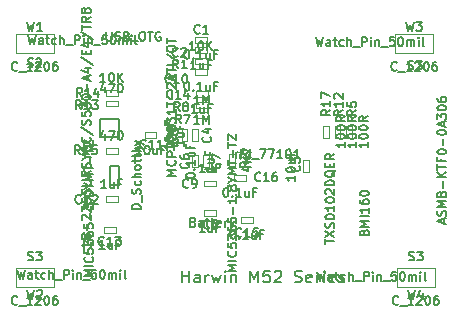
<source format=gbr>
G04 #@! TF.GenerationSoftware,KiCad,Pcbnew,(5.0.1-3-g963ef8bb5)*
G04 #@! TF.CreationDate,2019-06-21T09:44:15-10:00*
G04 #@! TF.ProjectId,OpenHAK_03,4F70656E48414B5F30332E6B69636164,rev?*
G04 #@! TF.SameCoordinates,Original*
G04 #@! TF.FileFunction,Other,Fab,Top*
%FSLAX46Y46*%
G04 Gerber Fmt 4.6, Leading zero omitted, Abs format (unit mm)*
G04 Created by KiCad (PCBNEW (5.0.1-3-g963ef8bb5)) date Friday, June 21, 2019 at 09:44:15 AM*
%MOMM*%
%LPD*%
G01*
G04 APERTURE LIST*
%ADD10C,0.100000*%
%ADD11C,0.150000*%
G04 APERTURE END LIST*
D10*
G04 #@! TO.C,C6*
X137590880Y-98793860D02*
X137590880Y-97793860D01*
X137590880Y-97793860D02*
X138090880Y-97793860D01*
X138090880Y-97793860D02*
X138090880Y-98793860D01*
X138090880Y-98793860D02*
X137590880Y-98793860D01*
G04 #@! TO.C,C12*
X131265880Y-101743860D02*
X130265880Y-101743860D01*
X130265880Y-101743860D02*
X130265880Y-101243860D01*
X130265880Y-101243860D02*
X131265880Y-101243860D01*
X131265880Y-101243860D02*
X131265880Y-101743860D01*
G04 #@! TO.C,C7*
X138490880Y-97793860D02*
X138990880Y-97793860D01*
X138490880Y-98793860D02*
X138490880Y-97793860D01*
X138990880Y-98793860D02*
X138490880Y-98793860D01*
X138990880Y-97793860D02*
X138990880Y-98793860D01*
G04 #@! TO.C,C8*
X138590880Y-102418860D02*
X139590880Y-102418860D01*
X139590880Y-102418860D02*
X139590880Y-102918860D01*
X139590880Y-102918860D02*
X138590880Y-102918860D01*
X138590880Y-102918860D02*
X138590880Y-102418860D01*
G04 #@! TO.C,S3*
X154792880Y-89087860D02*
X154792880Y-87487860D01*
X157992880Y-89087860D02*
X154792880Y-89087860D01*
X157992880Y-87487860D02*
X157992880Y-89087860D01*
X154792880Y-87487860D02*
X157992880Y-87487860D01*
X154919880Y-108899860D02*
X154919880Y-107299860D01*
X158119880Y-108899860D02*
X154919880Y-108899860D01*
X158119880Y-107299860D02*
X158119880Y-108899860D01*
X154919880Y-107299860D02*
X158119880Y-107299860D01*
X122661880Y-108899860D02*
X122661880Y-107299860D01*
X125861880Y-108899860D02*
X122661880Y-108899860D01*
X125861880Y-107299860D02*
X125861880Y-108899860D01*
X122661880Y-107299860D02*
X125861880Y-107299860D01*
D11*
G04 #@! TO.C,D2*
X131390880Y-100268860D02*
X130590880Y-100268860D01*
X131390880Y-98668860D02*
X131390880Y-100268860D01*
X130590880Y-98668860D02*
X131390880Y-98668860D01*
X130590880Y-100268860D02*
X130590880Y-98668860D01*
G04 #@! TO.C,D3*
X130590880Y-94668860D02*
X129790880Y-94668860D01*
X129790880Y-94668860D02*
X129790880Y-96268860D01*
X130590880Y-96268860D02*
X129790880Y-96268860D01*
X130615880Y-94668860D02*
X131415880Y-94668860D01*
X131415880Y-96268860D02*
X130615880Y-96268860D01*
X131415880Y-94668860D02*
X131415880Y-96268860D01*
D10*
G04 #@! TO.C,S2*
X122661880Y-89087860D02*
X122661880Y-87487860D01*
X125861880Y-89087860D02*
X122661880Y-89087860D01*
X125861880Y-87487860D02*
X125861880Y-89087860D01*
X122661880Y-87487860D02*
X125861880Y-87487860D01*
G04 #@! TO.C,C1*
X137840880Y-87743860D02*
X138840880Y-87743860D01*
X138840880Y-87743860D02*
X138840880Y-88243860D01*
X138840880Y-88243860D02*
X137840880Y-88243860D01*
X137840880Y-88243860D02*
X137840880Y-87743860D01*
G04 #@! TO.C,C2*
X137840880Y-89143860D02*
X137840880Y-88643860D01*
X138840880Y-89143860D02*
X137840880Y-89143860D01*
X138840880Y-88643860D02*
X138840880Y-89143860D01*
X137840880Y-88643860D02*
X138840880Y-88643860D01*
G04 #@! TO.C,C3*
X147490880Y-98193860D02*
X147490880Y-99193860D01*
X147490880Y-99193860D02*
X146990880Y-99193860D01*
X146990880Y-99193860D02*
X146990880Y-98193860D01*
X146990880Y-98193860D02*
X147490880Y-98193860D01*
G04 #@! TO.C,C4*
X138090880Y-95593860D02*
X138090880Y-96593860D01*
X138090880Y-96593860D02*
X137590880Y-96593860D01*
X137590880Y-96593860D02*
X137590880Y-95593860D01*
X137590880Y-95593860D02*
X138090880Y-95593860D01*
G04 #@! TO.C,C5*
X136690880Y-95593860D02*
X137190880Y-95593860D01*
X136690880Y-96593860D02*
X136690880Y-95593860D01*
X137190880Y-96593860D02*
X136690880Y-96593860D01*
X137190880Y-95593860D02*
X137190880Y-96593860D01*
G04 #@! TO.C,C9*
X139590880Y-99918860D02*
X139590880Y-100418860D01*
X138590880Y-99918860D02*
X139590880Y-99918860D01*
X138590880Y-100418860D02*
X138590880Y-99918860D01*
X139590880Y-100418860D02*
X138590880Y-100418860D01*
G04 #@! TO.C,C10*
X137840880Y-90443860D02*
X138840880Y-90443860D01*
X138840880Y-90443860D02*
X138840880Y-90943860D01*
X138840880Y-90943860D02*
X137840880Y-90943860D01*
X137840880Y-90943860D02*
X137840880Y-90443860D01*
G04 #@! TO.C,C11*
X133565880Y-96343860D02*
X133565880Y-95843860D01*
X134565880Y-96343860D02*
X133565880Y-96343860D01*
X134565880Y-95843860D02*
X134565880Y-96343860D01*
X133565880Y-95843860D02*
X134565880Y-95843860D01*
G04 #@! TO.C,C13*
X130115880Y-104318860D02*
X130115880Y-103818860D01*
X131115880Y-104318860D02*
X130115880Y-104318860D01*
X131115880Y-103818860D02*
X131115880Y-104318860D01*
X130115880Y-103818860D02*
X131115880Y-103818860D01*
G04 #@! TO.C,C14*
X137910880Y-92843860D02*
X137910880Y-92343860D01*
X138910880Y-92843860D02*
X137910880Y-92843860D01*
X138910880Y-92343860D02*
X138910880Y-92843860D01*
X137910880Y-92343860D02*
X138910880Y-92343860D01*
G04 #@! TO.C,C15*
X141740880Y-103493860D02*
X141740880Y-102993860D01*
X142740880Y-103493860D02*
X141740880Y-103493860D01*
X142740880Y-102993860D02*
X142740880Y-103493860D01*
X141740880Y-102993860D02*
X142740880Y-102993860D01*
G04 #@! TO.C,C16*
X141140880Y-99443860D02*
X142140880Y-99443860D01*
X142140880Y-99443860D02*
X142140880Y-99943860D01*
X142140880Y-99943860D02*
X141140880Y-99943860D01*
X141140880Y-99943860D02*
X141140880Y-99443860D01*
G04 #@! TO.C,R1*
X138840880Y-90043860D02*
X137840880Y-90043860D01*
X137840880Y-90043860D02*
X137840880Y-89543860D01*
X137840880Y-89543860D02*
X138840880Y-89543860D01*
X138840880Y-89543860D02*
X138840880Y-90043860D01*
G04 #@! TO.C,R2*
X141240880Y-98693860D02*
X140740880Y-98693860D01*
X141240880Y-97693860D02*
X141240880Y-98693860D01*
X140740880Y-97693860D02*
X141240880Y-97693860D01*
X140740880Y-98693860D02*
X140740880Y-97693860D01*
G04 #@! TO.C,R5*
X151090880Y-96293860D02*
X150590880Y-96293860D01*
X151090880Y-95293860D02*
X151090880Y-96293860D01*
X150590880Y-95293860D02*
X151090880Y-95293860D01*
X150590880Y-96293860D02*
X150590880Y-95293860D01*
G04 #@! TO.C,R7*
X138900880Y-94643860D02*
X137900880Y-94643860D01*
X137900880Y-94643860D02*
X137900880Y-94143860D01*
X137900880Y-94143860D02*
X138900880Y-94143860D01*
X138900880Y-94143860D02*
X138900880Y-94643860D01*
G04 #@! TO.C,R8*
X137890880Y-93743860D02*
X137890880Y-93243860D01*
X138890880Y-93743860D02*
X137890880Y-93743860D01*
X138890880Y-93243860D02*
X138890880Y-93743860D01*
X137890880Y-93243860D02*
X138890880Y-93243860D01*
G04 #@! TO.C,R12*
X149640880Y-96293860D02*
X149640880Y-95293860D01*
X149640880Y-95293860D02*
X150140880Y-95293860D01*
X150140880Y-95293860D02*
X150140880Y-96293860D01*
X150140880Y-96293860D02*
X149640880Y-96293860D01*
G04 #@! TO.C,R13*
X131265880Y-93643860D02*
X130265880Y-93643860D01*
X130265880Y-93643860D02*
X130265880Y-93143860D01*
X130265880Y-93143860D02*
X131265880Y-93143860D01*
X131265880Y-93143860D02*
X131265880Y-93643860D01*
G04 #@! TO.C,R14*
X131265880Y-92743860D02*
X130265880Y-92743860D01*
X130265880Y-92743860D02*
X130265880Y-92243860D01*
X130265880Y-92243860D02*
X131265880Y-92243860D01*
X131265880Y-92243860D02*
X131265880Y-92743860D01*
G04 #@! TO.C,R15*
X131265880Y-97143860D02*
X131265880Y-97643860D01*
X130265880Y-97143860D02*
X131265880Y-97143860D01*
X130265880Y-97643860D02*
X130265880Y-97143860D01*
X131265880Y-97643860D02*
X130265880Y-97643860D01*
G04 #@! TO.C,R17*
X149190880Y-96293860D02*
X148690880Y-96293860D01*
X149190880Y-95293860D02*
X149190880Y-96293860D01*
X148690880Y-95293860D02*
X149190880Y-95293860D01*
X148690880Y-96293860D02*
X148690880Y-95293860D01*
G04 #@! TD*
G04 #@! TO.C,U7*
D11*
X148875165Y-105283145D02*
X148875165Y-104854574D01*
X149625165Y-105068860D02*
X148875165Y-105068860D01*
X148875165Y-104676002D02*
X149625165Y-104176002D01*
X148875165Y-104176002D02*
X149625165Y-104676002D01*
X149589451Y-103926002D02*
X149625165Y-103818860D01*
X149625165Y-103640288D01*
X149589451Y-103568860D01*
X149553737Y-103533145D01*
X149482308Y-103497431D01*
X149410880Y-103497431D01*
X149339451Y-103533145D01*
X149303737Y-103568860D01*
X149268022Y-103640288D01*
X149232308Y-103783145D01*
X149196594Y-103854574D01*
X149160880Y-103890288D01*
X149089451Y-103926002D01*
X149018022Y-103926002D01*
X148946594Y-103890288D01*
X148910880Y-103854574D01*
X148875165Y-103783145D01*
X148875165Y-103604574D01*
X148910880Y-103497431D01*
X148875165Y-103033145D02*
X148875165Y-102961717D01*
X148910880Y-102890288D01*
X148946594Y-102854574D01*
X149018022Y-102818860D01*
X149160880Y-102783145D01*
X149339451Y-102783145D01*
X149482308Y-102818860D01*
X149553737Y-102854574D01*
X149589451Y-102890288D01*
X149625165Y-102961717D01*
X149625165Y-103033145D01*
X149589451Y-103104574D01*
X149553737Y-103140288D01*
X149482308Y-103176002D01*
X149339451Y-103211717D01*
X149160880Y-103211717D01*
X149018022Y-103176002D01*
X148946594Y-103140288D01*
X148910880Y-103104574D01*
X148875165Y-103033145D01*
X149625165Y-102068860D02*
X149625165Y-102497431D01*
X149625165Y-102283145D02*
X148875165Y-102283145D01*
X148982308Y-102354574D01*
X149053737Y-102426002D01*
X149089451Y-102497431D01*
X148875165Y-101604574D02*
X148875165Y-101533145D01*
X148910880Y-101461717D01*
X148946594Y-101426002D01*
X149018022Y-101390288D01*
X149160880Y-101354574D01*
X149339451Y-101354574D01*
X149482308Y-101390288D01*
X149553737Y-101426002D01*
X149589451Y-101461717D01*
X149625165Y-101533145D01*
X149625165Y-101604574D01*
X149589451Y-101676002D01*
X149553737Y-101711717D01*
X149482308Y-101747431D01*
X149339451Y-101783145D01*
X149160880Y-101783145D01*
X149018022Y-101747431D01*
X148946594Y-101711717D01*
X148910880Y-101676002D01*
X148875165Y-101604574D01*
X148946594Y-101068860D02*
X148910880Y-101033145D01*
X148875165Y-100961717D01*
X148875165Y-100783145D01*
X148910880Y-100711717D01*
X148946594Y-100676002D01*
X149018022Y-100640288D01*
X149089451Y-100640288D01*
X149196594Y-100676002D01*
X149625165Y-101104574D01*
X149625165Y-100640288D01*
X149625165Y-100318860D02*
X148875165Y-100318860D01*
X148875165Y-100140288D01*
X148910880Y-100033145D01*
X148982308Y-99961717D01*
X149053737Y-99926002D01*
X149196594Y-99890288D01*
X149303737Y-99890288D01*
X149446594Y-99926002D01*
X149518022Y-99961717D01*
X149589451Y-100033145D01*
X149625165Y-100140288D01*
X149625165Y-100318860D01*
X149696594Y-99068860D02*
X149660880Y-99140288D01*
X149589451Y-99211717D01*
X149482308Y-99318860D01*
X149446594Y-99390288D01*
X149446594Y-99461717D01*
X149625165Y-99426002D02*
X149589451Y-99497431D01*
X149518022Y-99568860D01*
X149375165Y-99604574D01*
X149125165Y-99604574D01*
X148982308Y-99568860D01*
X148910880Y-99497431D01*
X148875165Y-99426002D01*
X148875165Y-99283145D01*
X148910880Y-99211717D01*
X148982308Y-99140288D01*
X149125165Y-99104574D01*
X149375165Y-99104574D01*
X149518022Y-99140288D01*
X149589451Y-99211717D01*
X149625165Y-99283145D01*
X149625165Y-99426002D01*
X149232308Y-98783145D02*
X149232308Y-98533145D01*
X149625165Y-98426002D02*
X149625165Y-98783145D01*
X148875165Y-98783145D01*
X148875165Y-98426002D01*
X149625165Y-97676002D02*
X149268022Y-97926002D01*
X149625165Y-98104574D02*
X148875165Y-98104574D01*
X148875165Y-97818860D01*
X148910880Y-97747431D01*
X148946594Y-97711717D01*
X149018022Y-97676002D01*
X149125165Y-97676002D01*
X149196594Y-97711717D01*
X149232308Y-97747431D01*
X149268022Y-97818860D01*
X149268022Y-98104574D01*
G04 #@! TO.C,C6*
X139450165Y-98740288D02*
X139450165Y-99168860D01*
X139450165Y-98954574D02*
X138700165Y-98954574D01*
X138807308Y-99026002D01*
X138878737Y-99097431D01*
X138914451Y-99168860D01*
X138950165Y-98097431D02*
X139450165Y-98097431D01*
X138950165Y-98418860D02*
X139343022Y-98418860D01*
X139414451Y-98383145D01*
X139450165Y-98311717D01*
X139450165Y-98204574D01*
X139414451Y-98133145D01*
X139378737Y-98097431D01*
X139057308Y-97490288D02*
X139057308Y-97740288D01*
X139450165Y-97740288D02*
X138700165Y-97740288D01*
X138700165Y-97383145D01*
X137258737Y-98418860D02*
X137294451Y-98454574D01*
X137330165Y-98561717D01*
X137330165Y-98633145D01*
X137294451Y-98740288D01*
X137223022Y-98811717D01*
X137151594Y-98847431D01*
X137008737Y-98883145D01*
X136901594Y-98883145D01*
X136758737Y-98847431D01*
X136687308Y-98811717D01*
X136615880Y-98740288D01*
X136580165Y-98633145D01*
X136580165Y-98561717D01*
X136615880Y-98454574D01*
X136651594Y-98418860D01*
X136580165Y-97776002D02*
X136580165Y-97918860D01*
X136615880Y-97990288D01*
X136651594Y-98026002D01*
X136758737Y-98097431D01*
X136901594Y-98133145D01*
X137187308Y-98133145D01*
X137258737Y-98097431D01*
X137294451Y-98061717D01*
X137330165Y-97990288D01*
X137330165Y-97847431D01*
X137294451Y-97776002D01*
X137258737Y-97740288D01*
X137187308Y-97704574D01*
X137008737Y-97704574D01*
X136937308Y-97740288D01*
X136901594Y-97776002D01*
X136865880Y-97847431D01*
X136865880Y-97990288D01*
X136901594Y-98061717D01*
X136937308Y-98097431D01*
X137008737Y-98133145D01*
G04 #@! TO.C,U4*
X152137308Y-104318860D02*
X152173022Y-104211717D01*
X152208737Y-104176002D01*
X152280165Y-104140288D01*
X152387308Y-104140288D01*
X152458737Y-104176002D01*
X152494451Y-104211717D01*
X152530165Y-104283145D01*
X152530165Y-104568860D01*
X151780165Y-104568860D01*
X151780165Y-104318860D01*
X151815880Y-104247431D01*
X151851594Y-104211717D01*
X151923022Y-104176002D01*
X151994451Y-104176002D01*
X152065880Y-104211717D01*
X152101594Y-104247431D01*
X152137308Y-104318860D01*
X152137308Y-104568860D01*
X152530165Y-103818860D02*
X151780165Y-103818860D01*
X152315880Y-103568860D01*
X151780165Y-103318860D01*
X152530165Y-103318860D01*
X152530165Y-102961717D02*
X151780165Y-102961717D01*
X152530165Y-102211717D02*
X152530165Y-102640288D01*
X152530165Y-102426002D02*
X151780165Y-102426002D01*
X151887308Y-102497431D01*
X151958737Y-102568860D01*
X151994451Y-102640288D01*
X151780165Y-101568860D02*
X151780165Y-101711717D01*
X151815880Y-101783145D01*
X151851594Y-101818860D01*
X151958737Y-101890288D01*
X152101594Y-101926002D01*
X152387308Y-101926002D01*
X152458737Y-101890288D01*
X152494451Y-101854574D01*
X152530165Y-101783145D01*
X152530165Y-101640288D01*
X152494451Y-101568860D01*
X152458737Y-101533145D01*
X152387308Y-101497431D01*
X152208737Y-101497431D01*
X152137308Y-101533145D01*
X152101594Y-101568860D01*
X152065880Y-101640288D01*
X152065880Y-101783145D01*
X152101594Y-101854574D01*
X152137308Y-101890288D01*
X152208737Y-101926002D01*
X151780165Y-101033145D02*
X151780165Y-100961717D01*
X151815880Y-100890288D01*
X151851594Y-100854574D01*
X151923022Y-100818860D01*
X152065880Y-100783145D01*
X152244451Y-100783145D01*
X152387308Y-100818860D01*
X152458737Y-100854574D01*
X152494451Y-100890288D01*
X152530165Y-100961717D01*
X152530165Y-101033145D01*
X152494451Y-101104574D01*
X152458737Y-101140288D01*
X152387308Y-101176002D01*
X152244451Y-101211717D01*
X152065880Y-101211717D01*
X151923022Y-101176002D01*
X151851594Y-101140288D01*
X151815880Y-101104574D01*
X151780165Y-101033145D01*
G04 #@! TO.C,C12*
X130319451Y-100563145D02*
X129890880Y-100563145D01*
X130105165Y-100563145D02*
X130105165Y-99813145D01*
X130033737Y-99920288D01*
X129962308Y-99991717D01*
X129890880Y-100027431D01*
X130962308Y-100063145D02*
X130962308Y-100563145D01*
X130640880Y-100063145D02*
X130640880Y-100456002D01*
X130676594Y-100527431D01*
X130748022Y-100563145D01*
X130855165Y-100563145D01*
X130926594Y-100527431D01*
X130962308Y-100491717D01*
X131569451Y-100170288D02*
X131319451Y-100170288D01*
X131319451Y-100563145D02*
X131319451Y-99813145D01*
X131676594Y-99813145D01*
X128158737Y-101811717D02*
X128123022Y-101847431D01*
X128015880Y-101883145D01*
X127944451Y-101883145D01*
X127837308Y-101847431D01*
X127765880Y-101776002D01*
X127730165Y-101704574D01*
X127694451Y-101561717D01*
X127694451Y-101454574D01*
X127730165Y-101311717D01*
X127765880Y-101240288D01*
X127837308Y-101168860D01*
X127944451Y-101133145D01*
X128015880Y-101133145D01*
X128123022Y-101168860D01*
X128158737Y-101204574D01*
X128873022Y-101883145D02*
X128444451Y-101883145D01*
X128658737Y-101883145D02*
X128658737Y-101133145D01*
X128587308Y-101240288D01*
X128515880Y-101311717D01*
X128444451Y-101347431D01*
X129158737Y-101204574D02*
X129194451Y-101168860D01*
X129265880Y-101133145D01*
X129444451Y-101133145D01*
X129515880Y-101168860D01*
X129551594Y-101204574D01*
X129587308Y-101276002D01*
X129587308Y-101347431D01*
X129551594Y-101454574D01*
X129123022Y-101883145D01*
X129587308Y-101883145D01*
G04 #@! TO.C,U6*
X129205165Y-108026002D02*
X128455165Y-108026002D01*
X128990880Y-107776002D01*
X128455165Y-107526002D01*
X129205165Y-107526002D01*
X129205165Y-107168860D02*
X128455165Y-107168860D01*
X129133737Y-106383145D02*
X129169451Y-106418860D01*
X129205165Y-106526002D01*
X129205165Y-106597431D01*
X129169451Y-106704574D01*
X129098022Y-106776002D01*
X129026594Y-106811717D01*
X128883737Y-106847431D01*
X128776594Y-106847431D01*
X128633737Y-106811717D01*
X128562308Y-106776002D01*
X128490880Y-106704574D01*
X128455165Y-106597431D01*
X128455165Y-106526002D01*
X128490880Y-106418860D01*
X128526594Y-106383145D01*
X128455165Y-105704574D02*
X128455165Y-106061717D01*
X128812308Y-106097431D01*
X128776594Y-106061717D01*
X128740880Y-105990288D01*
X128740880Y-105811717D01*
X128776594Y-105740288D01*
X128812308Y-105704574D01*
X128883737Y-105668860D01*
X129062308Y-105668860D01*
X129133737Y-105704574D01*
X129169451Y-105740288D01*
X129205165Y-105811717D01*
X129205165Y-105990288D01*
X129169451Y-106061717D01*
X129133737Y-106097431D01*
X128455165Y-105418860D02*
X128455165Y-104954574D01*
X128740880Y-105204574D01*
X128740880Y-105097431D01*
X128776594Y-105026002D01*
X128812308Y-104990288D01*
X128883737Y-104954574D01*
X129062308Y-104954574D01*
X129133737Y-104990288D01*
X129169451Y-105026002D01*
X129205165Y-105097431D01*
X129205165Y-105311717D01*
X129169451Y-105383145D01*
X129133737Y-105418860D01*
X128455165Y-104311717D02*
X128455165Y-104454574D01*
X128490880Y-104526002D01*
X128526594Y-104561717D01*
X128633737Y-104633145D01*
X128776594Y-104668860D01*
X129062308Y-104668860D01*
X129133737Y-104633145D01*
X129169451Y-104597431D01*
X129205165Y-104526002D01*
X129205165Y-104383145D01*
X129169451Y-104311717D01*
X129133737Y-104276002D01*
X129062308Y-104240288D01*
X128883737Y-104240288D01*
X128812308Y-104276002D01*
X128776594Y-104311717D01*
X128740880Y-104383145D01*
X128740880Y-104526002D01*
X128776594Y-104597431D01*
X128812308Y-104633145D01*
X128883737Y-104668860D01*
X128455165Y-103561717D02*
X128455165Y-103918860D01*
X128812308Y-103954574D01*
X128776594Y-103918860D01*
X128740880Y-103847431D01*
X128740880Y-103668860D01*
X128776594Y-103597431D01*
X128812308Y-103561717D01*
X128883737Y-103526002D01*
X129062308Y-103526002D01*
X129133737Y-103561717D01*
X129169451Y-103597431D01*
X129205165Y-103668860D01*
X129205165Y-103847431D01*
X129169451Y-103918860D01*
X129133737Y-103954574D01*
X128919451Y-103204574D02*
X128919451Y-102633145D01*
X128455165Y-102347431D02*
X128455165Y-101883145D01*
X128740880Y-102133145D01*
X128740880Y-102026002D01*
X128776594Y-101954574D01*
X128812308Y-101918860D01*
X128883737Y-101883145D01*
X129062308Y-101883145D01*
X129133737Y-101918860D01*
X129169451Y-101954574D01*
X129205165Y-102026002D01*
X129205165Y-102240288D01*
X129169451Y-102311717D01*
X129133737Y-102347431D01*
X129133737Y-101561717D02*
X129169451Y-101526002D01*
X129205165Y-101561717D01*
X129169451Y-101597431D01*
X129133737Y-101561717D01*
X129205165Y-101561717D01*
X128455165Y-101061717D02*
X128455165Y-100990288D01*
X128490880Y-100918860D01*
X128526594Y-100883145D01*
X128598022Y-100847431D01*
X128740880Y-100811717D01*
X128919451Y-100811717D01*
X129062308Y-100847431D01*
X129133737Y-100883145D01*
X129169451Y-100918860D01*
X129205165Y-100990288D01*
X129205165Y-101061717D01*
X129169451Y-101133145D01*
X129133737Y-101168860D01*
X129062308Y-101204574D01*
X128919451Y-101240288D01*
X128740880Y-101240288D01*
X128598022Y-101204574D01*
X128526594Y-101168860D01*
X128490880Y-101133145D01*
X128455165Y-101061717D01*
X128848022Y-100347431D02*
X129205165Y-100347431D01*
X128455165Y-100597431D02*
X128848022Y-100347431D01*
X128455165Y-100097431D01*
X129205165Y-99847431D02*
X128455165Y-99847431D01*
X128990880Y-99597431D01*
X128455165Y-99347431D01*
X129205165Y-99347431D01*
X128455165Y-99097431D02*
X128455165Y-98668860D01*
X129205165Y-98883145D02*
X128455165Y-98883145D01*
X128919451Y-98418860D02*
X128919451Y-97847431D01*
X128455165Y-97597431D02*
X128455165Y-97168860D01*
X129205165Y-97383145D02*
X128455165Y-97383145D01*
X128455165Y-96990288D02*
X128455165Y-96490288D01*
X129205165Y-96990288D01*
X129205165Y-96490288D01*
G04 #@! TO.C,C7*
X137060165Y-99526002D02*
X137060165Y-99454574D01*
X137095880Y-99383145D01*
X137131594Y-99347431D01*
X137203022Y-99311717D01*
X137345880Y-99276002D01*
X137524451Y-99276002D01*
X137667308Y-99311717D01*
X137738737Y-99347431D01*
X137774451Y-99383145D01*
X137810165Y-99454574D01*
X137810165Y-99526002D01*
X137774451Y-99597431D01*
X137738737Y-99633145D01*
X137667308Y-99668860D01*
X137524451Y-99704574D01*
X137345880Y-99704574D01*
X137203022Y-99668860D01*
X137131594Y-99633145D01*
X137095880Y-99597431D01*
X137060165Y-99526002D01*
X137738737Y-98954574D02*
X137774451Y-98918860D01*
X137810165Y-98954574D01*
X137774451Y-98990288D01*
X137738737Y-98954574D01*
X137810165Y-98954574D01*
X137810165Y-98204574D02*
X137810165Y-98633145D01*
X137810165Y-98418860D02*
X137060165Y-98418860D01*
X137167308Y-98490288D01*
X137238737Y-98561717D01*
X137274451Y-98633145D01*
X137310165Y-97561717D02*
X137810165Y-97561717D01*
X137310165Y-97883145D02*
X137703022Y-97883145D01*
X137774451Y-97847431D01*
X137810165Y-97776002D01*
X137810165Y-97668860D01*
X137774451Y-97597431D01*
X137738737Y-97561717D01*
X137417308Y-96954574D02*
X137417308Y-97204574D01*
X137810165Y-97204574D02*
X137060165Y-97204574D01*
X137060165Y-96847431D01*
X139908737Y-98418860D02*
X139944451Y-98454574D01*
X139980165Y-98561717D01*
X139980165Y-98633145D01*
X139944451Y-98740288D01*
X139873022Y-98811717D01*
X139801594Y-98847431D01*
X139658737Y-98883145D01*
X139551594Y-98883145D01*
X139408737Y-98847431D01*
X139337308Y-98811717D01*
X139265880Y-98740288D01*
X139230165Y-98633145D01*
X139230165Y-98561717D01*
X139265880Y-98454574D01*
X139301594Y-98418860D01*
X139230165Y-98168860D02*
X139230165Y-97668860D01*
X139980165Y-97990288D01*
G04 #@! TO.C,C8*
X138644451Y-104278145D02*
X138215880Y-104278145D01*
X138430165Y-104278145D02*
X138430165Y-103528145D01*
X138358737Y-103635288D01*
X138287308Y-103706717D01*
X138215880Y-103742431D01*
X139287308Y-103778145D02*
X139287308Y-104278145D01*
X138965880Y-103778145D02*
X138965880Y-104171002D01*
X139001594Y-104242431D01*
X139073022Y-104278145D01*
X139180165Y-104278145D01*
X139251594Y-104242431D01*
X139287308Y-104206717D01*
X139894451Y-103885288D02*
X139644451Y-103885288D01*
X139644451Y-104278145D02*
X139644451Y-103528145D01*
X140001594Y-103528145D01*
X139015880Y-103911717D02*
X138980165Y-103947431D01*
X138873022Y-103983145D01*
X138801594Y-103983145D01*
X138694451Y-103947431D01*
X138623022Y-103876002D01*
X138587308Y-103804574D01*
X138551594Y-103661717D01*
X138551594Y-103554574D01*
X138587308Y-103411717D01*
X138623022Y-103340288D01*
X138694451Y-103268860D01*
X138801594Y-103233145D01*
X138873022Y-103233145D01*
X138980165Y-103268860D01*
X139015880Y-103304574D01*
X139444451Y-103554574D02*
X139373022Y-103518860D01*
X139337308Y-103483145D01*
X139301594Y-103411717D01*
X139301594Y-103376002D01*
X139337308Y-103304574D01*
X139373022Y-103268860D01*
X139444451Y-103233145D01*
X139587308Y-103233145D01*
X139658737Y-103268860D01*
X139694451Y-103304574D01*
X139730165Y-103376002D01*
X139730165Y-103411717D01*
X139694451Y-103483145D01*
X139658737Y-103518860D01*
X139587308Y-103554574D01*
X139444451Y-103554574D01*
X139373022Y-103590288D01*
X139337308Y-103626002D01*
X139301594Y-103697431D01*
X139301594Y-103840288D01*
X139337308Y-103911717D01*
X139373022Y-103947431D01*
X139444451Y-103983145D01*
X139587308Y-103983145D01*
X139658737Y-103947431D01*
X139694451Y-103911717D01*
X139730165Y-103840288D01*
X139730165Y-103697431D01*
X139694451Y-103626002D01*
X139658737Y-103590288D01*
X139587308Y-103554574D01*
G04 #@! TO.C,U1*
X141262308Y-98033145D02*
X141262308Y-97533145D01*
X141262308Y-97676002D02*
X141298022Y-97604574D01*
X141333737Y-97568860D01*
X141405165Y-97533145D01*
X141476594Y-97533145D01*
X141619451Y-97533145D02*
X141905165Y-97533145D01*
X141726594Y-98033145D02*
X141726594Y-97390288D01*
X141762308Y-97318860D01*
X141833737Y-97283145D01*
X141905165Y-97283145D01*
X142476594Y-98033145D02*
X142476594Y-97283145D01*
X142476594Y-97997431D02*
X142405165Y-98033145D01*
X142262308Y-98033145D01*
X142190880Y-97997431D01*
X142155165Y-97961717D01*
X142119451Y-97890288D01*
X142119451Y-97676002D01*
X142155165Y-97604574D01*
X142190880Y-97568860D01*
X142262308Y-97533145D01*
X142405165Y-97533145D01*
X142476594Y-97568860D01*
X142655165Y-98104574D02*
X143226594Y-98104574D01*
X143333737Y-97283145D02*
X143833737Y-97283145D01*
X143512308Y-98033145D01*
X144048022Y-97283145D02*
X144548022Y-97283145D01*
X144226594Y-98033145D01*
X145226594Y-98033145D02*
X144798022Y-98033145D01*
X145012308Y-98033145D02*
X145012308Y-97283145D01*
X144940880Y-97390288D01*
X144869451Y-97461717D01*
X144798022Y-97497431D01*
X145690880Y-97283145D02*
X145762308Y-97283145D01*
X145833737Y-97318860D01*
X145869451Y-97354574D01*
X145905165Y-97426002D01*
X145940880Y-97568860D01*
X145940880Y-97747431D01*
X145905165Y-97890288D01*
X145869451Y-97961717D01*
X145833737Y-97997431D01*
X145762308Y-98033145D01*
X145690880Y-98033145D01*
X145619451Y-97997431D01*
X145583737Y-97961717D01*
X145548022Y-97890288D01*
X145512308Y-97747431D01*
X145512308Y-97568860D01*
X145548022Y-97426002D01*
X145583737Y-97354574D01*
X145619451Y-97318860D01*
X145690880Y-97283145D01*
X146655165Y-98033145D02*
X146226594Y-98033145D01*
X146440880Y-98033145D02*
X146440880Y-97283145D01*
X146369451Y-97390288D01*
X146298022Y-97461717D01*
X146226594Y-97497431D01*
G04 #@! TO.C,S3*
X154910737Y-90555717D02*
X154875022Y-90591431D01*
X154767880Y-90627145D01*
X154696451Y-90627145D01*
X154589308Y-90591431D01*
X154517880Y-90520002D01*
X154482165Y-90448574D01*
X154446451Y-90305717D01*
X154446451Y-90198574D01*
X154482165Y-90055717D01*
X154517880Y-89984288D01*
X154589308Y-89912860D01*
X154696451Y-89877145D01*
X154767880Y-89877145D01*
X154875022Y-89912860D01*
X154910737Y-89948574D01*
X155053594Y-90698574D02*
X155625022Y-90698574D01*
X156196451Y-90627145D02*
X155767880Y-90627145D01*
X155982165Y-90627145D02*
X155982165Y-89877145D01*
X155910737Y-89984288D01*
X155839308Y-90055717D01*
X155767880Y-90091431D01*
X156482165Y-89948574D02*
X156517880Y-89912860D01*
X156589308Y-89877145D01*
X156767880Y-89877145D01*
X156839308Y-89912860D01*
X156875022Y-89948574D01*
X156910737Y-90020002D01*
X156910737Y-90091431D01*
X156875022Y-90198574D01*
X156446451Y-90627145D01*
X156910737Y-90627145D01*
X157375022Y-89877145D02*
X157446451Y-89877145D01*
X157517880Y-89912860D01*
X157553594Y-89948574D01*
X157589308Y-90020002D01*
X157625022Y-90162860D01*
X157625022Y-90341431D01*
X157589308Y-90484288D01*
X157553594Y-90555717D01*
X157517880Y-90591431D01*
X157446451Y-90627145D01*
X157375022Y-90627145D01*
X157303594Y-90591431D01*
X157267880Y-90555717D01*
X157232165Y-90484288D01*
X157196451Y-90341431D01*
X157196451Y-90162860D01*
X157232165Y-90020002D01*
X157267880Y-89948574D01*
X157303594Y-89912860D01*
X157375022Y-89877145D01*
X158267880Y-89877145D02*
X158125022Y-89877145D01*
X158053594Y-89912860D01*
X158017880Y-89948574D01*
X157946451Y-90055717D01*
X157910737Y-90198574D01*
X157910737Y-90484288D01*
X157946451Y-90555717D01*
X157982165Y-90591431D01*
X158053594Y-90627145D01*
X158196451Y-90627145D01*
X158267880Y-90591431D01*
X158303594Y-90555717D01*
X158339308Y-90484288D01*
X158339308Y-90305717D01*
X158303594Y-90234288D01*
X158267880Y-90198574D01*
X158196451Y-90162860D01*
X158053594Y-90162860D01*
X157982165Y-90198574D01*
X157946451Y-90234288D01*
X157910737Y-90305717D01*
X155872251Y-90471031D02*
X155979394Y-90506745D01*
X156157965Y-90506745D01*
X156229394Y-90471031D01*
X156265108Y-90435317D01*
X156300822Y-90363888D01*
X156300822Y-90292460D01*
X156265108Y-90221031D01*
X156229394Y-90185317D01*
X156157965Y-90149602D01*
X156015108Y-90113888D01*
X155943680Y-90078174D01*
X155907965Y-90042460D01*
X155872251Y-89971031D01*
X155872251Y-89899602D01*
X155907965Y-89828174D01*
X155943680Y-89792460D01*
X156015108Y-89756745D01*
X156193680Y-89756745D01*
X156300822Y-89792460D01*
X156550822Y-89756745D02*
X157015108Y-89756745D01*
X156765108Y-90042460D01*
X156872251Y-90042460D01*
X156943680Y-90078174D01*
X156979394Y-90113888D01*
X157015108Y-90185317D01*
X157015108Y-90363888D01*
X156979394Y-90435317D01*
X156943680Y-90471031D01*
X156872251Y-90506745D01*
X156657965Y-90506745D01*
X156586537Y-90471031D01*
X156550822Y-90435317D01*
X155037737Y-110367717D02*
X155002022Y-110403431D01*
X154894880Y-110439145D01*
X154823451Y-110439145D01*
X154716308Y-110403431D01*
X154644880Y-110332002D01*
X154609165Y-110260574D01*
X154573451Y-110117717D01*
X154573451Y-110010574D01*
X154609165Y-109867717D01*
X154644880Y-109796288D01*
X154716308Y-109724860D01*
X154823451Y-109689145D01*
X154894880Y-109689145D01*
X155002022Y-109724860D01*
X155037737Y-109760574D01*
X155180594Y-110510574D02*
X155752022Y-110510574D01*
X156323451Y-110439145D02*
X155894880Y-110439145D01*
X156109165Y-110439145D02*
X156109165Y-109689145D01*
X156037737Y-109796288D01*
X155966308Y-109867717D01*
X155894880Y-109903431D01*
X156609165Y-109760574D02*
X156644880Y-109724860D01*
X156716308Y-109689145D01*
X156894880Y-109689145D01*
X156966308Y-109724860D01*
X157002022Y-109760574D01*
X157037737Y-109832002D01*
X157037737Y-109903431D01*
X157002022Y-110010574D01*
X156573451Y-110439145D01*
X157037737Y-110439145D01*
X157502022Y-109689145D02*
X157573451Y-109689145D01*
X157644880Y-109724860D01*
X157680594Y-109760574D01*
X157716308Y-109832002D01*
X157752022Y-109974860D01*
X157752022Y-110153431D01*
X157716308Y-110296288D01*
X157680594Y-110367717D01*
X157644880Y-110403431D01*
X157573451Y-110439145D01*
X157502022Y-110439145D01*
X157430594Y-110403431D01*
X157394880Y-110367717D01*
X157359165Y-110296288D01*
X157323451Y-110153431D01*
X157323451Y-109974860D01*
X157359165Y-109832002D01*
X157394880Y-109760574D01*
X157430594Y-109724860D01*
X157502022Y-109689145D01*
X158394880Y-109689145D02*
X158252022Y-109689145D01*
X158180594Y-109724860D01*
X158144880Y-109760574D01*
X158073451Y-109867717D01*
X158037737Y-110010574D01*
X158037737Y-110296288D01*
X158073451Y-110367717D01*
X158109165Y-110403431D01*
X158180594Y-110439145D01*
X158323451Y-110439145D01*
X158394880Y-110403431D01*
X158430594Y-110367717D01*
X158466308Y-110296288D01*
X158466308Y-110117717D01*
X158430594Y-110046288D01*
X158394880Y-110010574D01*
X158323451Y-109974860D01*
X158180594Y-109974860D01*
X158109165Y-110010574D01*
X158073451Y-110046288D01*
X158037737Y-110117717D01*
X155948451Y-106653431D02*
X156055594Y-106689145D01*
X156234165Y-106689145D01*
X156305594Y-106653431D01*
X156341308Y-106617717D01*
X156377022Y-106546288D01*
X156377022Y-106474860D01*
X156341308Y-106403431D01*
X156305594Y-106367717D01*
X156234165Y-106332002D01*
X156091308Y-106296288D01*
X156019880Y-106260574D01*
X155984165Y-106224860D01*
X155948451Y-106153431D01*
X155948451Y-106082002D01*
X155984165Y-106010574D01*
X156019880Y-105974860D01*
X156091308Y-105939145D01*
X156269880Y-105939145D01*
X156377022Y-105974860D01*
X156627022Y-105939145D02*
X157091308Y-105939145D01*
X156841308Y-106224860D01*
X156948451Y-106224860D01*
X157019880Y-106260574D01*
X157055594Y-106296288D01*
X157091308Y-106367717D01*
X157091308Y-106546288D01*
X157055594Y-106617717D01*
X157019880Y-106653431D01*
X156948451Y-106689145D01*
X156734165Y-106689145D01*
X156662737Y-106653431D01*
X156627022Y-106617717D01*
X122779737Y-110367717D02*
X122744022Y-110403431D01*
X122636880Y-110439145D01*
X122565451Y-110439145D01*
X122458308Y-110403431D01*
X122386880Y-110332002D01*
X122351165Y-110260574D01*
X122315451Y-110117717D01*
X122315451Y-110010574D01*
X122351165Y-109867717D01*
X122386880Y-109796288D01*
X122458308Y-109724860D01*
X122565451Y-109689145D01*
X122636880Y-109689145D01*
X122744022Y-109724860D01*
X122779737Y-109760574D01*
X122922594Y-110510574D02*
X123494022Y-110510574D01*
X124065451Y-110439145D02*
X123636880Y-110439145D01*
X123851165Y-110439145D02*
X123851165Y-109689145D01*
X123779737Y-109796288D01*
X123708308Y-109867717D01*
X123636880Y-109903431D01*
X124351165Y-109760574D02*
X124386880Y-109724860D01*
X124458308Y-109689145D01*
X124636880Y-109689145D01*
X124708308Y-109724860D01*
X124744022Y-109760574D01*
X124779737Y-109832002D01*
X124779737Y-109903431D01*
X124744022Y-110010574D01*
X124315451Y-110439145D01*
X124779737Y-110439145D01*
X125244022Y-109689145D02*
X125315451Y-109689145D01*
X125386880Y-109724860D01*
X125422594Y-109760574D01*
X125458308Y-109832002D01*
X125494022Y-109974860D01*
X125494022Y-110153431D01*
X125458308Y-110296288D01*
X125422594Y-110367717D01*
X125386880Y-110403431D01*
X125315451Y-110439145D01*
X125244022Y-110439145D01*
X125172594Y-110403431D01*
X125136880Y-110367717D01*
X125101165Y-110296288D01*
X125065451Y-110153431D01*
X125065451Y-109974860D01*
X125101165Y-109832002D01*
X125136880Y-109760574D01*
X125172594Y-109724860D01*
X125244022Y-109689145D01*
X126136880Y-109689145D02*
X125994022Y-109689145D01*
X125922594Y-109724860D01*
X125886880Y-109760574D01*
X125815451Y-109867717D01*
X125779737Y-110010574D01*
X125779737Y-110296288D01*
X125815451Y-110367717D01*
X125851165Y-110403431D01*
X125922594Y-110439145D01*
X126065451Y-110439145D01*
X126136880Y-110403431D01*
X126172594Y-110367717D01*
X126208308Y-110296288D01*
X126208308Y-110117717D01*
X126172594Y-110046288D01*
X126136880Y-110010574D01*
X126065451Y-109974860D01*
X125922594Y-109974860D01*
X125851165Y-110010574D01*
X125815451Y-110046288D01*
X125779737Y-110117717D01*
X123690451Y-106653431D02*
X123797594Y-106689145D01*
X123976165Y-106689145D01*
X124047594Y-106653431D01*
X124083308Y-106617717D01*
X124119022Y-106546288D01*
X124119022Y-106474860D01*
X124083308Y-106403431D01*
X124047594Y-106367717D01*
X123976165Y-106332002D01*
X123833308Y-106296288D01*
X123761880Y-106260574D01*
X123726165Y-106224860D01*
X123690451Y-106153431D01*
X123690451Y-106082002D01*
X123726165Y-106010574D01*
X123761880Y-105974860D01*
X123833308Y-105939145D01*
X124011880Y-105939145D01*
X124119022Y-105974860D01*
X124369022Y-105939145D02*
X124833308Y-105939145D01*
X124583308Y-106224860D01*
X124690451Y-106224860D01*
X124761880Y-106260574D01*
X124797594Y-106296288D01*
X124833308Y-106367717D01*
X124833308Y-106546288D01*
X124797594Y-106617717D01*
X124761880Y-106653431D01*
X124690451Y-106689145D01*
X124476165Y-106689145D01*
X124404737Y-106653431D01*
X124369022Y-106617717D01*
G04 #@! TO.C,D2*
X133230165Y-102326002D02*
X132480165Y-102326002D01*
X132480165Y-102147431D01*
X132515880Y-102040288D01*
X132587308Y-101968860D01*
X132658737Y-101933145D01*
X132801594Y-101897431D01*
X132908737Y-101897431D01*
X133051594Y-101933145D01*
X133123022Y-101968860D01*
X133194451Y-102040288D01*
X133230165Y-102147431D01*
X133230165Y-102326002D01*
X133301594Y-101754574D02*
X133301594Y-101183145D01*
X133194451Y-101040288D02*
X133230165Y-100933145D01*
X133230165Y-100754574D01*
X133194451Y-100683145D01*
X133158737Y-100647431D01*
X133087308Y-100611717D01*
X133015880Y-100611717D01*
X132944451Y-100647431D01*
X132908737Y-100683145D01*
X132873022Y-100754574D01*
X132837308Y-100897431D01*
X132801594Y-100968860D01*
X132765880Y-101004574D01*
X132694451Y-101040288D01*
X132623022Y-101040288D01*
X132551594Y-101004574D01*
X132515880Y-100968860D01*
X132480165Y-100897431D01*
X132480165Y-100718860D01*
X132515880Y-100611717D01*
X133194451Y-99968860D02*
X133230165Y-100040288D01*
X133230165Y-100183145D01*
X133194451Y-100254574D01*
X133158737Y-100290288D01*
X133087308Y-100326002D01*
X132873022Y-100326002D01*
X132801594Y-100290288D01*
X132765880Y-100254574D01*
X132730165Y-100183145D01*
X132730165Y-100040288D01*
X132765880Y-99968860D01*
X133230165Y-99647431D02*
X132480165Y-99647431D01*
X133230165Y-99326002D02*
X132837308Y-99326002D01*
X132765880Y-99361717D01*
X132730165Y-99433145D01*
X132730165Y-99540288D01*
X132765880Y-99611717D01*
X132801594Y-99647431D01*
X133230165Y-98861717D02*
X133194451Y-98933145D01*
X133158737Y-98968860D01*
X133087308Y-99004574D01*
X132873022Y-99004574D01*
X132801594Y-98968860D01*
X132765880Y-98933145D01*
X132730165Y-98861717D01*
X132730165Y-98754574D01*
X132765880Y-98683145D01*
X132801594Y-98647431D01*
X132873022Y-98611717D01*
X133087308Y-98611717D01*
X133158737Y-98647431D01*
X133194451Y-98683145D01*
X133230165Y-98754574D01*
X133230165Y-98861717D01*
X132730165Y-98397431D02*
X132730165Y-98111717D01*
X132480165Y-98290288D02*
X133123022Y-98290288D01*
X133194451Y-98254574D01*
X133230165Y-98183145D01*
X133230165Y-98111717D01*
X132730165Y-97968860D02*
X132730165Y-97683145D01*
X132480165Y-97861717D02*
X133123022Y-97861717D01*
X133194451Y-97826002D01*
X133230165Y-97754574D01*
X133230165Y-97683145D01*
X133230165Y-97433145D02*
X132480165Y-97433145D01*
X132944451Y-97361717D02*
X133230165Y-97147431D01*
X132730165Y-97147431D02*
X133015880Y-97433145D01*
X132730165Y-96897431D02*
X133230165Y-96718860D01*
X132730165Y-96540288D02*
X133230165Y-96718860D01*
X133408737Y-96790288D01*
X133444451Y-96826002D01*
X133480165Y-96897431D01*
G04 #@! TO.C,D3*
X128980165Y-105165288D02*
X128980165Y-105593860D01*
X128980165Y-105379574D02*
X128230165Y-105379574D01*
X128337308Y-105451002D01*
X128408737Y-105522431D01*
X128444451Y-105593860D01*
X128551594Y-104736717D02*
X128515880Y-104808145D01*
X128480165Y-104843860D01*
X128408737Y-104879574D01*
X128373022Y-104879574D01*
X128301594Y-104843860D01*
X128265880Y-104808145D01*
X128230165Y-104736717D01*
X128230165Y-104593860D01*
X128265880Y-104522431D01*
X128301594Y-104486717D01*
X128373022Y-104451002D01*
X128408737Y-104451002D01*
X128480165Y-104486717D01*
X128515880Y-104522431D01*
X128551594Y-104593860D01*
X128551594Y-104736717D01*
X128587308Y-104808145D01*
X128623022Y-104843860D01*
X128694451Y-104879574D01*
X128837308Y-104879574D01*
X128908737Y-104843860D01*
X128944451Y-104808145D01*
X128980165Y-104736717D01*
X128980165Y-104593860D01*
X128944451Y-104522431D01*
X128908737Y-104486717D01*
X128837308Y-104451002D01*
X128694451Y-104451002D01*
X128623022Y-104486717D01*
X128587308Y-104522431D01*
X128551594Y-104593860D01*
X128694451Y-104129574D02*
X128694451Y-103558145D01*
X128301594Y-103236717D02*
X128265880Y-103201002D01*
X128230165Y-103129574D01*
X128230165Y-102951002D01*
X128265880Y-102879574D01*
X128301594Y-102843860D01*
X128373022Y-102808145D01*
X128444451Y-102808145D01*
X128551594Y-102843860D01*
X128980165Y-103272431D01*
X128980165Y-102808145D01*
X128301594Y-102522431D02*
X128265880Y-102486717D01*
X128230165Y-102415288D01*
X128230165Y-102236717D01*
X128265880Y-102165288D01*
X128301594Y-102129574D01*
X128373022Y-102093860D01*
X128444451Y-102093860D01*
X128551594Y-102129574D01*
X128980165Y-102558145D01*
X128980165Y-102093860D01*
X128230165Y-101415288D02*
X128230165Y-101772431D01*
X128587308Y-101808145D01*
X128551594Y-101772431D01*
X128515880Y-101701002D01*
X128515880Y-101522431D01*
X128551594Y-101451002D01*
X128587308Y-101415288D01*
X128658737Y-101379574D01*
X128837308Y-101379574D01*
X128908737Y-101415288D01*
X128944451Y-101451002D01*
X128980165Y-101522431D01*
X128980165Y-101701002D01*
X128944451Y-101772431D01*
X128908737Y-101808145D01*
X128944451Y-101093860D02*
X128980165Y-100986717D01*
X128980165Y-100808145D01*
X128944451Y-100736717D01*
X128908737Y-100701002D01*
X128837308Y-100665288D01*
X128765880Y-100665288D01*
X128694451Y-100701002D01*
X128658737Y-100736717D01*
X128623022Y-100808145D01*
X128587308Y-100951002D01*
X128551594Y-101022431D01*
X128515880Y-101058145D01*
X128444451Y-101093860D01*
X128373022Y-101093860D01*
X128301594Y-101058145D01*
X128265880Y-101022431D01*
X128230165Y-100951002D01*
X128230165Y-100772431D01*
X128265880Y-100665288D01*
X128230165Y-100343860D02*
X128837308Y-100343860D01*
X128908737Y-100308145D01*
X128944451Y-100272431D01*
X128980165Y-100201002D01*
X128980165Y-100058145D01*
X128944451Y-99986717D01*
X128908737Y-99951002D01*
X128837308Y-99915288D01*
X128230165Y-99915288D01*
X128980165Y-99129574D02*
X128623022Y-99379574D01*
X128980165Y-99558145D02*
X128230165Y-99558145D01*
X128230165Y-99272431D01*
X128265880Y-99201002D01*
X128301594Y-99165288D01*
X128373022Y-99129574D01*
X128480165Y-99129574D01*
X128551594Y-99165288D01*
X128587308Y-99201002D01*
X128623022Y-99272431D01*
X128623022Y-99558145D01*
X128944451Y-98843860D02*
X128980165Y-98736717D01*
X128980165Y-98558145D01*
X128944451Y-98486717D01*
X128908737Y-98451002D01*
X128837308Y-98415288D01*
X128765880Y-98415288D01*
X128694451Y-98451002D01*
X128658737Y-98486717D01*
X128623022Y-98558145D01*
X128587308Y-98701002D01*
X128551594Y-98772431D01*
X128515880Y-98808145D01*
X128444451Y-98843860D01*
X128373022Y-98843860D01*
X128301594Y-98808145D01*
X128265880Y-98772431D01*
X128230165Y-98701002D01*
X128230165Y-98522431D01*
X128265880Y-98415288D01*
X128623022Y-97951002D02*
X128980165Y-97951002D01*
X128230165Y-98201002D02*
X128623022Y-97951002D01*
X128230165Y-97701002D01*
X128265880Y-97058145D02*
X128230165Y-97129574D01*
X128230165Y-97236717D01*
X128265880Y-97343860D01*
X128337308Y-97415288D01*
X128408737Y-97451002D01*
X128551594Y-97486717D01*
X128658737Y-97486717D01*
X128801594Y-97451002D01*
X128873022Y-97415288D01*
X128944451Y-97343860D01*
X128980165Y-97236717D01*
X128980165Y-97165288D01*
X128944451Y-97058145D01*
X128908737Y-97022431D01*
X128658737Y-97022431D01*
X128658737Y-97165288D01*
X128908737Y-96272431D02*
X128944451Y-96308145D01*
X128980165Y-96415288D01*
X128980165Y-96486717D01*
X128944451Y-96593860D01*
X128873022Y-96665288D01*
X128801594Y-96701002D01*
X128658737Y-96736717D01*
X128551594Y-96736717D01*
X128408737Y-96701002D01*
X128337308Y-96665288D01*
X128265880Y-96593860D01*
X128230165Y-96486717D01*
X128230165Y-96415288D01*
X128265880Y-96308145D01*
X128301594Y-96272431D01*
X128194451Y-95415288D02*
X129158737Y-96058145D01*
X128944451Y-95201002D02*
X128980165Y-95093860D01*
X128980165Y-94915288D01*
X128944451Y-94843860D01*
X128908737Y-94808145D01*
X128837308Y-94772431D01*
X128765880Y-94772431D01*
X128694451Y-94808145D01*
X128658737Y-94843860D01*
X128623022Y-94915288D01*
X128587308Y-95058145D01*
X128551594Y-95129574D01*
X128515880Y-95165288D01*
X128444451Y-95201002D01*
X128373022Y-95201002D01*
X128301594Y-95165288D01*
X128265880Y-95129574D01*
X128230165Y-95058145D01*
X128230165Y-94879574D01*
X128265880Y-94772431D01*
X128230165Y-94093860D02*
X128230165Y-94451002D01*
X128587308Y-94486717D01*
X128551594Y-94451002D01*
X128515880Y-94379574D01*
X128515880Y-94201002D01*
X128551594Y-94129574D01*
X128587308Y-94093860D01*
X128658737Y-94058145D01*
X128837308Y-94058145D01*
X128908737Y-94093860D01*
X128944451Y-94129574D01*
X128980165Y-94201002D01*
X128980165Y-94379574D01*
X128944451Y-94451002D01*
X128908737Y-94486717D01*
X128230165Y-93808145D02*
X128230165Y-93343860D01*
X128515880Y-93593860D01*
X128515880Y-93486717D01*
X128551594Y-93415288D01*
X128587308Y-93379574D01*
X128658737Y-93343860D01*
X128837308Y-93343860D01*
X128908737Y-93379574D01*
X128944451Y-93415288D01*
X128980165Y-93486717D01*
X128980165Y-93701002D01*
X128944451Y-93772431D01*
X128908737Y-93808145D01*
X128230165Y-92879574D02*
X128230165Y-92808145D01*
X128265880Y-92736717D01*
X128301594Y-92701002D01*
X128373022Y-92665288D01*
X128515880Y-92629574D01*
X128694451Y-92629574D01*
X128837308Y-92665288D01*
X128908737Y-92701002D01*
X128944451Y-92736717D01*
X128980165Y-92808145D01*
X128980165Y-92879574D01*
X128944451Y-92951002D01*
X128908737Y-92986717D01*
X128837308Y-93022431D01*
X128694451Y-93058145D01*
X128515880Y-93058145D01*
X128373022Y-93022431D01*
X128301594Y-92986717D01*
X128265880Y-92951002D01*
X128230165Y-92879574D01*
X128694451Y-92308145D02*
X128694451Y-91736717D01*
X128765880Y-91415288D02*
X128765880Y-91058145D01*
X128980165Y-91486717D02*
X128230165Y-91236717D01*
X128980165Y-90986717D01*
X128480165Y-90415288D02*
X128980165Y-90415288D01*
X128194451Y-90593860D02*
X128730165Y-90772431D01*
X128730165Y-90308145D01*
X128194451Y-89486717D02*
X129158737Y-90129574D01*
X128587308Y-89236717D02*
X128587308Y-88986717D01*
X128980165Y-88879574D02*
X128980165Y-89236717D01*
X128230165Y-89236717D01*
X128230165Y-88879574D01*
X128480165Y-88236717D02*
X128980165Y-88236717D01*
X128194451Y-88415288D02*
X128730165Y-88593860D01*
X128730165Y-88129574D01*
X128194451Y-87308145D02*
X129158737Y-87951002D01*
X128230165Y-87165288D02*
X128230165Y-86736717D01*
X128980165Y-86951002D02*
X128230165Y-86951002D01*
X128980165Y-86058145D02*
X128623022Y-86308145D01*
X128980165Y-86486717D02*
X128230165Y-86486717D01*
X128230165Y-86201002D01*
X128265880Y-86129574D01*
X128301594Y-86093860D01*
X128373022Y-86058145D01*
X128480165Y-86058145D01*
X128551594Y-86093860D01*
X128587308Y-86129574D01*
X128623022Y-86201002D01*
X128623022Y-86486717D01*
X128551594Y-85629574D02*
X128515880Y-85701002D01*
X128480165Y-85736717D01*
X128408737Y-85772431D01*
X128373022Y-85772431D01*
X128301594Y-85736717D01*
X128265880Y-85701002D01*
X128230165Y-85629574D01*
X128230165Y-85486717D01*
X128265880Y-85415288D01*
X128301594Y-85379574D01*
X128373022Y-85343860D01*
X128408737Y-85343860D01*
X128480165Y-85379574D01*
X128515880Y-85415288D01*
X128551594Y-85486717D01*
X128551594Y-85629574D01*
X128587308Y-85701002D01*
X128623022Y-85736717D01*
X128694451Y-85772431D01*
X128837308Y-85772431D01*
X128908737Y-85736717D01*
X128944451Y-85701002D01*
X128980165Y-85629574D01*
X128980165Y-85486717D01*
X128944451Y-85415288D01*
X128908737Y-85379574D01*
X128837308Y-85343860D01*
X128694451Y-85343860D01*
X128623022Y-85379574D01*
X128587308Y-85415288D01*
X128551594Y-85486717D01*
G04 #@! TO.C,U5*
X136205165Y-99493860D02*
X135455165Y-99493860D01*
X135990880Y-99243860D01*
X135455165Y-98993860D01*
X136205165Y-98993860D01*
X136133737Y-98208145D02*
X136169451Y-98243860D01*
X136205165Y-98351002D01*
X136205165Y-98422431D01*
X136169451Y-98529574D01*
X136098022Y-98601002D01*
X136026594Y-98636717D01*
X135883737Y-98672431D01*
X135776594Y-98672431D01*
X135633737Y-98636717D01*
X135562308Y-98601002D01*
X135490880Y-98529574D01*
X135455165Y-98422431D01*
X135455165Y-98351002D01*
X135490880Y-98243860D01*
X135526594Y-98208145D01*
X136205165Y-97886717D02*
X135455165Y-97886717D01*
X135455165Y-97601002D01*
X135490880Y-97529574D01*
X135526594Y-97493860D01*
X135598022Y-97458145D01*
X135705165Y-97458145D01*
X135776594Y-97493860D01*
X135812308Y-97529574D01*
X135848022Y-97601002D01*
X135848022Y-97886717D01*
X135455165Y-97208145D02*
X135455165Y-96708145D01*
X136205165Y-97029574D01*
X135455165Y-96493860D02*
X135455165Y-96029574D01*
X135740880Y-96279574D01*
X135740880Y-96172431D01*
X135776594Y-96101002D01*
X135812308Y-96065288D01*
X135883737Y-96029574D01*
X136062308Y-96029574D01*
X136133737Y-96065288D01*
X136169451Y-96101002D01*
X136205165Y-96172431D01*
X136205165Y-96386717D01*
X136169451Y-96458145D01*
X136133737Y-96493860D01*
X135776594Y-95601002D02*
X135740880Y-95672431D01*
X135705165Y-95708145D01*
X135633737Y-95743860D01*
X135598022Y-95743860D01*
X135526594Y-95708145D01*
X135490880Y-95672431D01*
X135455165Y-95601002D01*
X135455165Y-95458145D01*
X135490880Y-95386717D01*
X135526594Y-95351002D01*
X135598022Y-95315288D01*
X135633737Y-95315288D01*
X135705165Y-95351002D01*
X135740880Y-95386717D01*
X135776594Y-95458145D01*
X135776594Y-95601002D01*
X135812308Y-95672431D01*
X135848022Y-95708145D01*
X135919451Y-95743860D01*
X136062308Y-95743860D01*
X136133737Y-95708145D01*
X136169451Y-95672431D01*
X136205165Y-95601002D01*
X136205165Y-95458145D01*
X136169451Y-95386717D01*
X136133737Y-95351002D01*
X136062308Y-95315288D01*
X135919451Y-95315288D01*
X135848022Y-95351002D01*
X135812308Y-95386717D01*
X135776594Y-95458145D01*
X135455165Y-95065288D02*
X135455165Y-94601002D01*
X135740880Y-94851002D01*
X135740880Y-94743860D01*
X135776594Y-94672431D01*
X135812308Y-94636717D01*
X135883737Y-94601002D01*
X136062308Y-94601002D01*
X136133737Y-94636717D01*
X136169451Y-94672431D01*
X136205165Y-94743860D01*
X136205165Y-94958145D01*
X136169451Y-95029574D01*
X136133737Y-95065288D01*
X136205165Y-93886717D02*
X136205165Y-94315288D01*
X136205165Y-94101002D02*
X135455165Y-94101002D01*
X135562308Y-94172431D01*
X135633737Y-94243860D01*
X135669451Y-94315288D01*
X135455165Y-93672431D02*
X135455165Y-93243860D01*
X136205165Y-93458145D02*
X135455165Y-93458145D01*
X135919451Y-92993860D02*
X135919451Y-92422431D01*
X135526594Y-92101002D02*
X135490880Y-92065288D01*
X135455165Y-91993860D01*
X135455165Y-91815288D01*
X135490880Y-91743860D01*
X135526594Y-91708145D01*
X135598022Y-91672431D01*
X135669451Y-91672431D01*
X135776594Y-91708145D01*
X136205165Y-92136717D01*
X136205165Y-91672431D01*
X135990880Y-91386717D02*
X135990880Y-91029574D01*
X136205165Y-91458145D02*
X135455165Y-91208145D01*
X136205165Y-90958145D01*
X135455165Y-90815288D02*
X135455165Y-90386717D01*
X136205165Y-90601002D02*
X135455165Y-90601002D01*
X136205165Y-90136717D02*
X135455165Y-90136717D01*
X135419451Y-89243860D02*
X136383737Y-89886717D01*
X135455165Y-88851002D02*
X135455165Y-88708145D01*
X135490880Y-88636717D01*
X135562308Y-88565288D01*
X135705165Y-88529574D01*
X135955165Y-88529574D01*
X136098022Y-88565288D01*
X136169451Y-88636717D01*
X136205165Y-88708145D01*
X136205165Y-88851002D01*
X136169451Y-88922431D01*
X136098022Y-88993860D01*
X135955165Y-89029574D01*
X135705165Y-89029574D01*
X135562308Y-88993860D01*
X135490880Y-88922431D01*
X135455165Y-88851002D01*
X135455165Y-88315288D02*
X135455165Y-87886717D01*
X136205165Y-88101002D02*
X135455165Y-88101002D01*
G04 #@! TO.C,P2*
X130332765Y-87318345D02*
X130332765Y-87925488D01*
X130368480Y-87996917D01*
X130404194Y-88032631D01*
X130475622Y-88068345D01*
X130618480Y-88068345D01*
X130689908Y-88032631D01*
X130725622Y-87996917D01*
X130761337Y-87925488D01*
X130761337Y-87318345D01*
X131082765Y-88032631D02*
X131189908Y-88068345D01*
X131368480Y-88068345D01*
X131439908Y-88032631D01*
X131475622Y-87996917D01*
X131511337Y-87925488D01*
X131511337Y-87854060D01*
X131475622Y-87782631D01*
X131439908Y-87746917D01*
X131368480Y-87711202D01*
X131225622Y-87675488D01*
X131154194Y-87639774D01*
X131118480Y-87604060D01*
X131082765Y-87532631D01*
X131082765Y-87461202D01*
X131118480Y-87389774D01*
X131154194Y-87354060D01*
X131225622Y-87318345D01*
X131404194Y-87318345D01*
X131511337Y-87354060D01*
X132082765Y-87675488D02*
X132189908Y-87711202D01*
X132225622Y-87746917D01*
X132261337Y-87818345D01*
X132261337Y-87925488D01*
X132225622Y-87996917D01*
X132189908Y-88032631D01*
X132118480Y-88068345D01*
X131832765Y-88068345D01*
X131832765Y-87318345D01*
X132082765Y-87318345D01*
X132154194Y-87354060D01*
X132189908Y-87389774D01*
X132225622Y-87461202D01*
X132225622Y-87532631D01*
X132189908Y-87604060D01*
X132154194Y-87639774D01*
X132082765Y-87675488D01*
X131832765Y-87675488D01*
X132404194Y-88139774D02*
X132975622Y-88139774D01*
X133297051Y-87318345D02*
X133439908Y-87318345D01*
X133511337Y-87354060D01*
X133582765Y-87425488D01*
X133618480Y-87568345D01*
X133618480Y-87818345D01*
X133582765Y-87961202D01*
X133511337Y-88032631D01*
X133439908Y-88068345D01*
X133297051Y-88068345D01*
X133225622Y-88032631D01*
X133154194Y-87961202D01*
X133118480Y-87818345D01*
X133118480Y-87568345D01*
X133154194Y-87425488D01*
X133225622Y-87354060D01*
X133297051Y-87318345D01*
X133832765Y-87318345D02*
X134261337Y-87318345D01*
X134047051Y-88068345D02*
X134047051Y-87318345D01*
X134904194Y-87354060D02*
X134832765Y-87318345D01*
X134725622Y-87318345D01*
X134618480Y-87354060D01*
X134547051Y-87425488D01*
X134511337Y-87496917D01*
X134475622Y-87639774D01*
X134475622Y-87746917D01*
X134511337Y-87889774D01*
X134547051Y-87961202D01*
X134618480Y-88032631D01*
X134725622Y-88068345D01*
X134797051Y-88068345D01*
X134904194Y-88032631D01*
X134939908Y-87996917D01*
X134939908Y-87746917D01*
X134797051Y-87746917D01*
G04 #@! TO.C,D1*
X158875000Y-103557142D02*
X158875000Y-103200000D01*
X159089285Y-103628571D02*
X158339285Y-103378571D01*
X159089285Y-103128571D01*
X159053571Y-102914285D02*
X159089285Y-102807142D01*
X159089285Y-102628571D01*
X159053571Y-102557142D01*
X159017857Y-102521428D01*
X158946428Y-102485714D01*
X158875000Y-102485714D01*
X158803571Y-102521428D01*
X158767857Y-102557142D01*
X158732142Y-102628571D01*
X158696428Y-102771428D01*
X158660714Y-102842857D01*
X158625000Y-102878571D01*
X158553571Y-102914285D01*
X158482142Y-102914285D01*
X158410714Y-102878571D01*
X158375000Y-102842857D01*
X158339285Y-102771428D01*
X158339285Y-102592857D01*
X158375000Y-102485714D01*
X159089285Y-102164285D02*
X158339285Y-102164285D01*
X158875000Y-101914285D01*
X158339285Y-101664285D01*
X159089285Y-101664285D01*
X158696428Y-101057142D02*
X158732142Y-100950000D01*
X158767857Y-100914285D01*
X158839285Y-100878571D01*
X158946428Y-100878571D01*
X159017857Y-100914285D01*
X159053571Y-100950000D01*
X159089285Y-101021428D01*
X159089285Y-101307142D01*
X158339285Y-101307142D01*
X158339285Y-101057142D01*
X158375000Y-100985714D01*
X158410714Y-100950000D01*
X158482142Y-100914285D01*
X158553571Y-100914285D01*
X158625000Y-100950000D01*
X158660714Y-100985714D01*
X158696428Y-101057142D01*
X158696428Y-101307142D01*
X158803571Y-100557142D02*
X158803571Y-99985714D01*
X159089285Y-99628571D02*
X158339285Y-99628571D01*
X159089285Y-99200000D02*
X158660714Y-99521428D01*
X158339285Y-99200000D02*
X158767857Y-99628571D01*
X158339285Y-98985714D02*
X158339285Y-98557142D01*
X159089285Y-98771428D02*
X158339285Y-98771428D01*
X158696428Y-98057142D02*
X158696428Y-98307142D01*
X159089285Y-98307142D02*
X158339285Y-98307142D01*
X158339285Y-97950000D01*
X158339285Y-97521428D02*
X158339285Y-97450000D01*
X158375000Y-97378571D01*
X158410714Y-97342857D01*
X158482142Y-97307142D01*
X158625000Y-97271428D01*
X158803571Y-97271428D01*
X158946428Y-97307142D01*
X159017857Y-97342857D01*
X159053571Y-97378571D01*
X159089285Y-97450000D01*
X159089285Y-97521428D01*
X159053571Y-97592857D01*
X159017857Y-97628571D01*
X158946428Y-97664285D01*
X158803571Y-97700000D01*
X158625000Y-97700000D01*
X158482142Y-97664285D01*
X158410714Y-97628571D01*
X158375000Y-97592857D01*
X158339285Y-97521428D01*
X158803571Y-96950000D02*
X158803571Y-96378571D01*
X158339285Y-95878571D02*
X158339285Y-95807142D01*
X158375000Y-95735714D01*
X158410714Y-95700000D01*
X158482142Y-95664285D01*
X158625000Y-95628571D01*
X158803571Y-95628571D01*
X158946428Y-95664285D01*
X159017857Y-95700000D01*
X159053571Y-95735714D01*
X159089285Y-95807142D01*
X159089285Y-95878571D01*
X159053571Y-95950000D01*
X159017857Y-95985714D01*
X158946428Y-96021428D01*
X158803571Y-96057142D01*
X158625000Y-96057142D01*
X158482142Y-96021428D01*
X158410714Y-95985714D01*
X158375000Y-95950000D01*
X158339285Y-95878571D01*
X158875000Y-95342857D02*
X158875000Y-94985714D01*
X159089285Y-95414285D02*
X158339285Y-95164285D01*
X159089285Y-94914285D01*
X158339285Y-94735714D02*
X158339285Y-94271428D01*
X158625000Y-94521428D01*
X158625000Y-94414285D01*
X158660714Y-94342857D01*
X158696428Y-94307142D01*
X158767857Y-94271428D01*
X158946428Y-94271428D01*
X159017857Y-94307142D01*
X159053571Y-94342857D01*
X159089285Y-94414285D01*
X159089285Y-94628571D01*
X159053571Y-94700000D01*
X159017857Y-94735714D01*
X158339285Y-93807142D02*
X158339285Y-93735714D01*
X158375000Y-93664285D01*
X158410714Y-93628571D01*
X158482142Y-93592857D01*
X158625000Y-93557142D01*
X158803571Y-93557142D01*
X158946428Y-93592857D01*
X159017857Y-93628571D01*
X159053571Y-93664285D01*
X159089285Y-93735714D01*
X159089285Y-93807142D01*
X159053571Y-93878571D01*
X159017857Y-93914285D01*
X158946428Y-93950000D01*
X158803571Y-93985714D01*
X158625000Y-93985714D01*
X158482142Y-93950000D01*
X158410714Y-93914285D01*
X158375000Y-93878571D01*
X158339285Y-93807142D01*
X158339285Y-92914285D02*
X158339285Y-93057142D01*
X158375000Y-93128571D01*
X158410714Y-93164285D01*
X158517857Y-93235714D01*
X158660714Y-93271428D01*
X158946428Y-93271428D01*
X159017857Y-93235714D01*
X159053571Y-93200000D01*
X159089285Y-93128571D01*
X159089285Y-92985714D01*
X159053571Y-92914285D01*
X159017857Y-92878571D01*
X158946428Y-92842857D01*
X158767857Y-92842857D01*
X158696428Y-92878571D01*
X158660714Y-92914285D01*
X158625000Y-92985714D01*
X158625000Y-93128571D01*
X158660714Y-93200000D01*
X158696428Y-93235714D01*
X158767857Y-93271428D01*
G04 #@! TO.C,S2*
X122779737Y-90555717D02*
X122744022Y-90591431D01*
X122636880Y-90627145D01*
X122565451Y-90627145D01*
X122458308Y-90591431D01*
X122386880Y-90520002D01*
X122351165Y-90448574D01*
X122315451Y-90305717D01*
X122315451Y-90198574D01*
X122351165Y-90055717D01*
X122386880Y-89984288D01*
X122458308Y-89912860D01*
X122565451Y-89877145D01*
X122636880Y-89877145D01*
X122744022Y-89912860D01*
X122779737Y-89948574D01*
X122922594Y-90698574D02*
X123494022Y-90698574D01*
X124065451Y-90627145D02*
X123636880Y-90627145D01*
X123851165Y-90627145D02*
X123851165Y-89877145D01*
X123779737Y-89984288D01*
X123708308Y-90055717D01*
X123636880Y-90091431D01*
X124351165Y-89948574D02*
X124386880Y-89912860D01*
X124458308Y-89877145D01*
X124636880Y-89877145D01*
X124708308Y-89912860D01*
X124744022Y-89948574D01*
X124779737Y-90020002D01*
X124779737Y-90091431D01*
X124744022Y-90198574D01*
X124315451Y-90627145D01*
X124779737Y-90627145D01*
X125244022Y-89877145D02*
X125315451Y-89877145D01*
X125386880Y-89912860D01*
X125422594Y-89948574D01*
X125458308Y-90020002D01*
X125494022Y-90162860D01*
X125494022Y-90341431D01*
X125458308Y-90484288D01*
X125422594Y-90555717D01*
X125386880Y-90591431D01*
X125315451Y-90627145D01*
X125244022Y-90627145D01*
X125172594Y-90591431D01*
X125136880Y-90555717D01*
X125101165Y-90484288D01*
X125065451Y-90341431D01*
X125065451Y-90162860D01*
X125101165Y-90020002D01*
X125136880Y-89948574D01*
X125172594Y-89912860D01*
X125244022Y-89877145D01*
X126136880Y-89877145D02*
X125994022Y-89877145D01*
X125922594Y-89912860D01*
X125886880Y-89948574D01*
X125815451Y-90055717D01*
X125779737Y-90198574D01*
X125779737Y-90484288D01*
X125815451Y-90555717D01*
X125851165Y-90591431D01*
X125922594Y-90627145D01*
X126065451Y-90627145D01*
X126136880Y-90591431D01*
X126172594Y-90555717D01*
X126208308Y-90484288D01*
X126208308Y-90305717D01*
X126172594Y-90234288D01*
X126136880Y-90198574D01*
X126065451Y-90162860D01*
X125922594Y-90162860D01*
X125851165Y-90198574D01*
X125815451Y-90234288D01*
X125779737Y-90305717D01*
X123665051Y-90267831D02*
X123772194Y-90303545D01*
X123950765Y-90303545D01*
X124022194Y-90267831D01*
X124057908Y-90232117D01*
X124093622Y-90160688D01*
X124093622Y-90089260D01*
X124057908Y-90017831D01*
X124022194Y-89982117D01*
X123950765Y-89946402D01*
X123807908Y-89910688D01*
X123736480Y-89874974D01*
X123700765Y-89839260D01*
X123665051Y-89767831D01*
X123665051Y-89696402D01*
X123700765Y-89624974D01*
X123736480Y-89589260D01*
X123807908Y-89553545D01*
X123986480Y-89553545D01*
X124093622Y-89589260D01*
X124379337Y-89624974D02*
X124415051Y-89589260D01*
X124486480Y-89553545D01*
X124665051Y-89553545D01*
X124736480Y-89589260D01*
X124772194Y-89624974D01*
X124807908Y-89696402D01*
X124807908Y-89767831D01*
X124772194Y-89874974D01*
X124343622Y-90303545D01*
X124807908Y-90303545D01*
G04 #@! TO.C,W3*
X148044394Y-87775545D02*
X148222965Y-88525545D01*
X148365822Y-87989831D01*
X148508680Y-88525545D01*
X148687251Y-87775545D01*
X149294394Y-88525545D02*
X149294394Y-88132688D01*
X149258680Y-88061260D01*
X149187251Y-88025545D01*
X149044394Y-88025545D01*
X148972965Y-88061260D01*
X149294394Y-88489831D02*
X149222965Y-88525545D01*
X149044394Y-88525545D01*
X148972965Y-88489831D01*
X148937251Y-88418402D01*
X148937251Y-88346974D01*
X148972965Y-88275545D01*
X149044394Y-88239831D01*
X149222965Y-88239831D01*
X149294394Y-88204117D01*
X149544394Y-88025545D02*
X149830108Y-88025545D01*
X149651537Y-87775545D02*
X149651537Y-88418402D01*
X149687251Y-88489831D01*
X149758680Y-88525545D01*
X149830108Y-88525545D01*
X150401537Y-88489831D02*
X150330108Y-88525545D01*
X150187251Y-88525545D01*
X150115822Y-88489831D01*
X150080108Y-88454117D01*
X150044394Y-88382688D01*
X150044394Y-88168402D01*
X150080108Y-88096974D01*
X150115822Y-88061260D01*
X150187251Y-88025545D01*
X150330108Y-88025545D01*
X150401537Y-88061260D01*
X150722965Y-88525545D02*
X150722965Y-87775545D01*
X151044394Y-88525545D02*
X151044394Y-88132688D01*
X151008680Y-88061260D01*
X150937251Y-88025545D01*
X150830108Y-88025545D01*
X150758680Y-88061260D01*
X150722965Y-88096974D01*
X151222965Y-88596974D02*
X151794394Y-88596974D01*
X151972965Y-88525545D02*
X151972965Y-87775545D01*
X152258680Y-87775545D01*
X152330108Y-87811260D01*
X152365822Y-87846974D01*
X152401537Y-87918402D01*
X152401537Y-88025545D01*
X152365822Y-88096974D01*
X152330108Y-88132688D01*
X152258680Y-88168402D01*
X151972965Y-88168402D01*
X152722965Y-88525545D02*
X152722965Y-88025545D01*
X152722965Y-87775545D02*
X152687251Y-87811260D01*
X152722965Y-87846974D01*
X152758680Y-87811260D01*
X152722965Y-87775545D01*
X152722965Y-87846974D01*
X153080108Y-88025545D02*
X153080108Y-88525545D01*
X153080108Y-88096974D02*
X153115822Y-88061260D01*
X153187251Y-88025545D01*
X153294394Y-88025545D01*
X153365822Y-88061260D01*
X153401537Y-88132688D01*
X153401537Y-88525545D01*
X153580108Y-88596974D02*
X154151537Y-88596974D01*
X154687251Y-87775545D02*
X154330108Y-87775545D01*
X154294394Y-88132688D01*
X154330108Y-88096974D01*
X154401537Y-88061260D01*
X154580108Y-88061260D01*
X154651537Y-88096974D01*
X154687251Y-88132688D01*
X154722965Y-88204117D01*
X154722965Y-88382688D01*
X154687251Y-88454117D01*
X154651537Y-88489831D01*
X154580108Y-88525545D01*
X154401537Y-88525545D01*
X154330108Y-88489831D01*
X154294394Y-88454117D01*
X155187251Y-87775545D02*
X155258680Y-87775545D01*
X155330108Y-87811260D01*
X155365822Y-87846974D01*
X155401537Y-87918402D01*
X155437251Y-88061260D01*
X155437251Y-88239831D01*
X155401537Y-88382688D01*
X155365822Y-88454117D01*
X155330108Y-88489831D01*
X155258680Y-88525545D01*
X155187251Y-88525545D01*
X155115822Y-88489831D01*
X155080108Y-88454117D01*
X155044394Y-88382688D01*
X155008680Y-88239831D01*
X155008680Y-88061260D01*
X155044394Y-87918402D01*
X155080108Y-87846974D01*
X155115822Y-87811260D01*
X155187251Y-87775545D01*
X155758680Y-88525545D02*
X155758680Y-88025545D01*
X155758680Y-88096974D02*
X155794394Y-88061260D01*
X155865822Y-88025545D01*
X155972965Y-88025545D01*
X156044394Y-88061260D01*
X156080108Y-88132688D01*
X156080108Y-88525545D01*
X156080108Y-88132688D02*
X156115822Y-88061260D01*
X156187251Y-88025545D01*
X156294394Y-88025545D01*
X156365822Y-88061260D01*
X156401537Y-88132688D01*
X156401537Y-88525545D01*
X156758680Y-88525545D02*
X156758680Y-88025545D01*
X156758680Y-87775545D02*
X156722965Y-87811260D01*
X156758680Y-87846974D01*
X156794394Y-87811260D01*
X156758680Y-87775545D01*
X156758680Y-87846974D01*
X157222965Y-88525545D02*
X157151537Y-88489831D01*
X157115822Y-88418402D01*
X157115822Y-87775545D01*
X155714308Y-86504145D02*
X155892880Y-87254145D01*
X156035737Y-86718431D01*
X156178594Y-87254145D01*
X156357165Y-86504145D01*
X156571451Y-86504145D02*
X157035737Y-86504145D01*
X156785737Y-86789860D01*
X156892880Y-86789860D01*
X156964308Y-86825574D01*
X157000022Y-86861288D01*
X157035737Y-86932717D01*
X157035737Y-87111288D01*
X157000022Y-87182717D01*
X156964308Y-87218431D01*
X156892880Y-87254145D01*
X156678594Y-87254145D01*
X156607165Y-87218431D01*
X156571451Y-87182717D01*
G04 #@! TO.C,W4*
X148196794Y-107638345D02*
X148375365Y-108388345D01*
X148518222Y-107852631D01*
X148661080Y-108388345D01*
X148839651Y-107638345D01*
X149446794Y-108388345D02*
X149446794Y-107995488D01*
X149411080Y-107924060D01*
X149339651Y-107888345D01*
X149196794Y-107888345D01*
X149125365Y-107924060D01*
X149446794Y-108352631D02*
X149375365Y-108388345D01*
X149196794Y-108388345D01*
X149125365Y-108352631D01*
X149089651Y-108281202D01*
X149089651Y-108209774D01*
X149125365Y-108138345D01*
X149196794Y-108102631D01*
X149375365Y-108102631D01*
X149446794Y-108066917D01*
X149696794Y-107888345D02*
X149982508Y-107888345D01*
X149803937Y-107638345D02*
X149803937Y-108281202D01*
X149839651Y-108352631D01*
X149911080Y-108388345D01*
X149982508Y-108388345D01*
X150553937Y-108352631D02*
X150482508Y-108388345D01*
X150339651Y-108388345D01*
X150268222Y-108352631D01*
X150232508Y-108316917D01*
X150196794Y-108245488D01*
X150196794Y-108031202D01*
X150232508Y-107959774D01*
X150268222Y-107924060D01*
X150339651Y-107888345D01*
X150482508Y-107888345D01*
X150553937Y-107924060D01*
X150875365Y-108388345D02*
X150875365Y-107638345D01*
X151196794Y-108388345D02*
X151196794Y-107995488D01*
X151161080Y-107924060D01*
X151089651Y-107888345D01*
X150982508Y-107888345D01*
X150911080Y-107924060D01*
X150875365Y-107959774D01*
X151375365Y-108459774D02*
X151946794Y-108459774D01*
X152125365Y-108388345D02*
X152125365Y-107638345D01*
X152411080Y-107638345D01*
X152482508Y-107674060D01*
X152518222Y-107709774D01*
X152553937Y-107781202D01*
X152553937Y-107888345D01*
X152518222Y-107959774D01*
X152482508Y-107995488D01*
X152411080Y-108031202D01*
X152125365Y-108031202D01*
X152875365Y-108388345D02*
X152875365Y-107888345D01*
X152875365Y-107638345D02*
X152839651Y-107674060D01*
X152875365Y-107709774D01*
X152911080Y-107674060D01*
X152875365Y-107638345D01*
X152875365Y-107709774D01*
X153232508Y-107888345D02*
X153232508Y-108388345D01*
X153232508Y-107959774D02*
X153268222Y-107924060D01*
X153339651Y-107888345D01*
X153446794Y-107888345D01*
X153518222Y-107924060D01*
X153553937Y-107995488D01*
X153553937Y-108388345D01*
X153732508Y-108459774D02*
X154303937Y-108459774D01*
X154839651Y-107638345D02*
X154482508Y-107638345D01*
X154446794Y-107995488D01*
X154482508Y-107959774D01*
X154553937Y-107924060D01*
X154732508Y-107924060D01*
X154803937Y-107959774D01*
X154839651Y-107995488D01*
X154875365Y-108066917D01*
X154875365Y-108245488D01*
X154839651Y-108316917D01*
X154803937Y-108352631D01*
X154732508Y-108388345D01*
X154553937Y-108388345D01*
X154482508Y-108352631D01*
X154446794Y-108316917D01*
X155339651Y-107638345D02*
X155411080Y-107638345D01*
X155482508Y-107674060D01*
X155518222Y-107709774D01*
X155553937Y-107781202D01*
X155589651Y-107924060D01*
X155589651Y-108102631D01*
X155553937Y-108245488D01*
X155518222Y-108316917D01*
X155482508Y-108352631D01*
X155411080Y-108388345D01*
X155339651Y-108388345D01*
X155268222Y-108352631D01*
X155232508Y-108316917D01*
X155196794Y-108245488D01*
X155161080Y-108102631D01*
X155161080Y-107924060D01*
X155196794Y-107781202D01*
X155232508Y-107709774D01*
X155268222Y-107674060D01*
X155339651Y-107638345D01*
X155911080Y-108388345D02*
X155911080Y-107888345D01*
X155911080Y-107959774D02*
X155946794Y-107924060D01*
X156018222Y-107888345D01*
X156125365Y-107888345D01*
X156196794Y-107924060D01*
X156232508Y-107995488D01*
X156232508Y-108388345D01*
X156232508Y-107995488D02*
X156268222Y-107924060D01*
X156339651Y-107888345D01*
X156446794Y-107888345D01*
X156518222Y-107924060D01*
X156553937Y-107995488D01*
X156553937Y-108388345D01*
X156911080Y-108388345D02*
X156911080Y-107888345D01*
X156911080Y-107638345D02*
X156875365Y-107674060D01*
X156911080Y-107709774D01*
X156946794Y-107674060D01*
X156911080Y-107638345D01*
X156911080Y-107709774D01*
X157375365Y-108388345D02*
X157303937Y-108352631D01*
X157268222Y-108281202D01*
X157268222Y-107638345D01*
X155841308Y-109189145D02*
X156019880Y-109939145D01*
X156162737Y-109403431D01*
X156305594Y-109939145D01*
X156484165Y-109189145D01*
X157091308Y-109439145D02*
X157091308Y-109939145D01*
X156912737Y-109153431D02*
X156734165Y-109689145D01*
X157198451Y-109689145D01*
G04 #@! TO.C,W2*
X122796794Y-107485945D02*
X122975365Y-108235945D01*
X123118222Y-107700231D01*
X123261080Y-108235945D01*
X123439651Y-107485945D01*
X124046794Y-108235945D02*
X124046794Y-107843088D01*
X124011080Y-107771660D01*
X123939651Y-107735945D01*
X123796794Y-107735945D01*
X123725365Y-107771660D01*
X124046794Y-108200231D02*
X123975365Y-108235945D01*
X123796794Y-108235945D01*
X123725365Y-108200231D01*
X123689651Y-108128802D01*
X123689651Y-108057374D01*
X123725365Y-107985945D01*
X123796794Y-107950231D01*
X123975365Y-107950231D01*
X124046794Y-107914517D01*
X124296794Y-107735945D02*
X124582508Y-107735945D01*
X124403937Y-107485945D02*
X124403937Y-108128802D01*
X124439651Y-108200231D01*
X124511080Y-108235945D01*
X124582508Y-108235945D01*
X125153937Y-108200231D02*
X125082508Y-108235945D01*
X124939651Y-108235945D01*
X124868222Y-108200231D01*
X124832508Y-108164517D01*
X124796794Y-108093088D01*
X124796794Y-107878802D01*
X124832508Y-107807374D01*
X124868222Y-107771660D01*
X124939651Y-107735945D01*
X125082508Y-107735945D01*
X125153937Y-107771660D01*
X125475365Y-108235945D02*
X125475365Y-107485945D01*
X125796794Y-108235945D02*
X125796794Y-107843088D01*
X125761080Y-107771660D01*
X125689651Y-107735945D01*
X125582508Y-107735945D01*
X125511080Y-107771660D01*
X125475365Y-107807374D01*
X125975365Y-108307374D02*
X126546794Y-108307374D01*
X126725365Y-108235945D02*
X126725365Y-107485945D01*
X127011080Y-107485945D01*
X127082508Y-107521660D01*
X127118222Y-107557374D01*
X127153937Y-107628802D01*
X127153937Y-107735945D01*
X127118222Y-107807374D01*
X127082508Y-107843088D01*
X127011080Y-107878802D01*
X126725365Y-107878802D01*
X127475365Y-108235945D02*
X127475365Y-107735945D01*
X127475365Y-107485945D02*
X127439651Y-107521660D01*
X127475365Y-107557374D01*
X127511080Y-107521660D01*
X127475365Y-107485945D01*
X127475365Y-107557374D01*
X127832508Y-107735945D02*
X127832508Y-108235945D01*
X127832508Y-107807374D02*
X127868222Y-107771660D01*
X127939651Y-107735945D01*
X128046794Y-107735945D01*
X128118222Y-107771660D01*
X128153937Y-107843088D01*
X128153937Y-108235945D01*
X128332508Y-108307374D02*
X128903937Y-108307374D01*
X129439651Y-107485945D02*
X129082508Y-107485945D01*
X129046794Y-107843088D01*
X129082508Y-107807374D01*
X129153937Y-107771660D01*
X129332508Y-107771660D01*
X129403937Y-107807374D01*
X129439651Y-107843088D01*
X129475365Y-107914517D01*
X129475365Y-108093088D01*
X129439651Y-108164517D01*
X129403937Y-108200231D01*
X129332508Y-108235945D01*
X129153937Y-108235945D01*
X129082508Y-108200231D01*
X129046794Y-108164517D01*
X129939651Y-107485945D02*
X130011080Y-107485945D01*
X130082508Y-107521660D01*
X130118222Y-107557374D01*
X130153937Y-107628802D01*
X130189651Y-107771660D01*
X130189651Y-107950231D01*
X130153937Y-108093088D01*
X130118222Y-108164517D01*
X130082508Y-108200231D01*
X130011080Y-108235945D01*
X129939651Y-108235945D01*
X129868222Y-108200231D01*
X129832508Y-108164517D01*
X129796794Y-108093088D01*
X129761080Y-107950231D01*
X129761080Y-107771660D01*
X129796794Y-107628802D01*
X129832508Y-107557374D01*
X129868222Y-107521660D01*
X129939651Y-107485945D01*
X130511080Y-108235945D02*
X130511080Y-107735945D01*
X130511080Y-107807374D02*
X130546794Y-107771660D01*
X130618222Y-107735945D01*
X130725365Y-107735945D01*
X130796794Y-107771660D01*
X130832508Y-107843088D01*
X130832508Y-108235945D01*
X130832508Y-107843088D02*
X130868222Y-107771660D01*
X130939651Y-107735945D01*
X131046794Y-107735945D01*
X131118222Y-107771660D01*
X131153937Y-107843088D01*
X131153937Y-108235945D01*
X131511080Y-108235945D02*
X131511080Y-107735945D01*
X131511080Y-107485945D02*
X131475365Y-107521660D01*
X131511080Y-107557374D01*
X131546794Y-107521660D01*
X131511080Y-107485945D01*
X131511080Y-107557374D01*
X131975365Y-108235945D02*
X131903937Y-108200231D01*
X131868222Y-108128802D01*
X131868222Y-107485945D01*
X123583308Y-109189145D02*
X123761880Y-109939145D01*
X123904737Y-109403431D01*
X124047594Y-109939145D01*
X124226165Y-109189145D01*
X124476165Y-109260574D02*
X124511880Y-109224860D01*
X124583308Y-109189145D01*
X124761880Y-109189145D01*
X124833308Y-109224860D01*
X124869022Y-109260574D01*
X124904737Y-109332002D01*
X124904737Y-109403431D01*
X124869022Y-109510574D01*
X124440451Y-109939145D01*
X124904737Y-109939145D01*
G04 #@! TO.C,W1*
X123711194Y-87623145D02*
X123889765Y-88373145D01*
X124032622Y-87837431D01*
X124175480Y-88373145D01*
X124354051Y-87623145D01*
X124961194Y-88373145D02*
X124961194Y-87980288D01*
X124925480Y-87908860D01*
X124854051Y-87873145D01*
X124711194Y-87873145D01*
X124639765Y-87908860D01*
X124961194Y-88337431D02*
X124889765Y-88373145D01*
X124711194Y-88373145D01*
X124639765Y-88337431D01*
X124604051Y-88266002D01*
X124604051Y-88194574D01*
X124639765Y-88123145D01*
X124711194Y-88087431D01*
X124889765Y-88087431D01*
X124961194Y-88051717D01*
X125211194Y-87873145D02*
X125496908Y-87873145D01*
X125318337Y-87623145D02*
X125318337Y-88266002D01*
X125354051Y-88337431D01*
X125425480Y-88373145D01*
X125496908Y-88373145D01*
X126068337Y-88337431D02*
X125996908Y-88373145D01*
X125854051Y-88373145D01*
X125782622Y-88337431D01*
X125746908Y-88301717D01*
X125711194Y-88230288D01*
X125711194Y-88016002D01*
X125746908Y-87944574D01*
X125782622Y-87908860D01*
X125854051Y-87873145D01*
X125996908Y-87873145D01*
X126068337Y-87908860D01*
X126389765Y-88373145D02*
X126389765Y-87623145D01*
X126711194Y-88373145D02*
X126711194Y-87980288D01*
X126675480Y-87908860D01*
X126604051Y-87873145D01*
X126496908Y-87873145D01*
X126425480Y-87908860D01*
X126389765Y-87944574D01*
X126889765Y-88444574D02*
X127461194Y-88444574D01*
X127639765Y-88373145D02*
X127639765Y-87623145D01*
X127925480Y-87623145D01*
X127996908Y-87658860D01*
X128032622Y-87694574D01*
X128068337Y-87766002D01*
X128068337Y-87873145D01*
X128032622Y-87944574D01*
X127996908Y-87980288D01*
X127925480Y-88016002D01*
X127639765Y-88016002D01*
X128389765Y-88373145D02*
X128389765Y-87873145D01*
X128389765Y-87623145D02*
X128354051Y-87658860D01*
X128389765Y-87694574D01*
X128425480Y-87658860D01*
X128389765Y-87623145D01*
X128389765Y-87694574D01*
X128746908Y-87873145D02*
X128746908Y-88373145D01*
X128746908Y-87944574D02*
X128782622Y-87908860D01*
X128854051Y-87873145D01*
X128961194Y-87873145D01*
X129032622Y-87908860D01*
X129068337Y-87980288D01*
X129068337Y-88373145D01*
X129246908Y-88444574D02*
X129818337Y-88444574D01*
X130354051Y-87623145D02*
X129996908Y-87623145D01*
X129961194Y-87980288D01*
X129996908Y-87944574D01*
X130068337Y-87908860D01*
X130246908Y-87908860D01*
X130318337Y-87944574D01*
X130354051Y-87980288D01*
X130389765Y-88051717D01*
X130389765Y-88230288D01*
X130354051Y-88301717D01*
X130318337Y-88337431D01*
X130246908Y-88373145D01*
X130068337Y-88373145D01*
X129996908Y-88337431D01*
X129961194Y-88301717D01*
X130854051Y-87623145D02*
X130925480Y-87623145D01*
X130996908Y-87658860D01*
X131032622Y-87694574D01*
X131068337Y-87766002D01*
X131104051Y-87908860D01*
X131104051Y-88087431D01*
X131068337Y-88230288D01*
X131032622Y-88301717D01*
X130996908Y-88337431D01*
X130925480Y-88373145D01*
X130854051Y-88373145D01*
X130782622Y-88337431D01*
X130746908Y-88301717D01*
X130711194Y-88230288D01*
X130675480Y-88087431D01*
X130675480Y-87908860D01*
X130711194Y-87766002D01*
X130746908Y-87694574D01*
X130782622Y-87658860D01*
X130854051Y-87623145D01*
X131425480Y-88373145D02*
X131425480Y-87873145D01*
X131425480Y-87944574D02*
X131461194Y-87908860D01*
X131532622Y-87873145D01*
X131639765Y-87873145D01*
X131711194Y-87908860D01*
X131746908Y-87980288D01*
X131746908Y-88373145D01*
X131746908Y-87980288D02*
X131782622Y-87908860D01*
X131854051Y-87873145D01*
X131961194Y-87873145D01*
X132032622Y-87908860D01*
X132068337Y-87980288D01*
X132068337Y-88373145D01*
X132425480Y-88373145D02*
X132425480Y-87873145D01*
X132425480Y-87623145D02*
X132389765Y-87658860D01*
X132425480Y-87694574D01*
X132461194Y-87658860D01*
X132425480Y-87623145D01*
X132425480Y-87694574D01*
X132889765Y-88373145D02*
X132818337Y-88337431D01*
X132782622Y-88266002D01*
X132782622Y-87623145D01*
X123583308Y-86504145D02*
X123761880Y-87254145D01*
X123904737Y-86718431D01*
X124047594Y-87254145D01*
X124226165Y-86504145D01*
X124904737Y-87254145D02*
X124476165Y-87254145D01*
X124690451Y-87254145D02*
X124690451Y-86504145D01*
X124619022Y-86611288D01*
X124547594Y-86682717D01*
X124476165Y-86718431D01*
G04 #@! TO.C,BT1*
X137680308Y-103441488D02*
X137787451Y-103477202D01*
X137823165Y-103512917D01*
X137858880Y-103584345D01*
X137858880Y-103691488D01*
X137823165Y-103762917D01*
X137787451Y-103798631D01*
X137716022Y-103834345D01*
X137430308Y-103834345D01*
X137430308Y-103084345D01*
X137680308Y-103084345D01*
X137751737Y-103120060D01*
X137787451Y-103155774D01*
X137823165Y-103227202D01*
X137823165Y-103298631D01*
X137787451Y-103370060D01*
X137751737Y-103405774D01*
X137680308Y-103441488D01*
X137430308Y-103441488D01*
X138501737Y-103834345D02*
X138501737Y-103441488D01*
X138466022Y-103370060D01*
X138394594Y-103334345D01*
X138251737Y-103334345D01*
X138180308Y-103370060D01*
X138501737Y-103798631D02*
X138430308Y-103834345D01*
X138251737Y-103834345D01*
X138180308Y-103798631D01*
X138144594Y-103727202D01*
X138144594Y-103655774D01*
X138180308Y-103584345D01*
X138251737Y-103548631D01*
X138430308Y-103548631D01*
X138501737Y-103512917D01*
X138751737Y-103334345D02*
X139037451Y-103334345D01*
X138858880Y-103084345D02*
X138858880Y-103727202D01*
X138894594Y-103798631D01*
X138966022Y-103834345D01*
X139037451Y-103834345D01*
X139180308Y-103334345D02*
X139466022Y-103334345D01*
X139287451Y-103084345D02*
X139287451Y-103727202D01*
X139323165Y-103798631D01*
X139394594Y-103834345D01*
X139466022Y-103834345D01*
X140001737Y-103798631D02*
X139930308Y-103834345D01*
X139787451Y-103834345D01*
X139716022Y-103798631D01*
X139680308Y-103727202D01*
X139680308Y-103441488D01*
X139716022Y-103370060D01*
X139787451Y-103334345D01*
X139930308Y-103334345D01*
X140001737Y-103370060D01*
X140037451Y-103441488D01*
X140037451Y-103512917D01*
X139680308Y-103584345D01*
X140358880Y-103834345D02*
X140358880Y-103334345D01*
X140358880Y-103477202D02*
X140394594Y-103405774D01*
X140430308Y-103370060D01*
X140501737Y-103334345D01*
X140573165Y-103334345D01*
X140751737Y-103334345D02*
X140930308Y-103834345D01*
X141108880Y-103334345D02*
X140930308Y-103834345D01*
X140858880Y-104012917D01*
X140823165Y-104048631D01*
X140751737Y-104084345D01*
G04 #@! TO.C,C1*
X137108737Y-88853145D02*
X137180165Y-88853145D01*
X137251594Y-88888860D01*
X137287308Y-88924574D01*
X137323022Y-88996002D01*
X137358737Y-89138860D01*
X137358737Y-89317431D01*
X137323022Y-89460288D01*
X137287308Y-89531717D01*
X137251594Y-89567431D01*
X137180165Y-89603145D01*
X137108737Y-89603145D01*
X137037308Y-89567431D01*
X137001594Y-89531717D01*
X136965880Y-89460288D01*
X136930165Y-89317431D01*
X136930165Y-89138860D01*
X136965880Y-88996002D01*
X137001594Y-88924574D01*
X137037308Y-88888860D01*
X137108737Y-88853145D01*
X137680165Y-89531717D02*
X137715880Y-89567431D01*
X137680165Y-89603145D01*
X137644451Y-89567431D01*
X137680165Y-89531717D01*
X137680165Y-89603145D01*
X138430165Y-89603145D02*
X138001594Y-89603145D01*
X138215880Y-89603145D02*
X138215880Y-88853145D01*
X138144451Y-88960288D01*
X138073022Y-89031717D01*
X138001594Y-89067431D01*
X139073022Y-89103145D02*
X139073022Y-89603145D01*
X138751594Y-89103145D02*
X138751594Y-89496002D01*
X138787308Y-89567431D01*
X138858737Y-89603145D01*
X138965880Y-89603145D01*
X139037308Y-89567431D01*
X139073022Y-89531717D01*
X139680165Y-89210288D02*
X139430165Y-89210288D01*
X139430165Y-89603145D02*
X139430165Y-88853145D01*
X139787308Y-88853145D01*
X138215880Y-87411717D02*
X138180165Y-87447431D01*
X138073022Y-87483145D01*
X138001594Y-87483145D01*
X137894451Y-87447431D01*
X137823022Y-87376002D01*
X137787308Y-87304574D01*
X137751594Y-87161717D01*
X137751594Y-87054574D01*
X137787308Y-86911717D01*
X137823022Y-86840288D01*
X137894451Y-86768860D01*
X138001594Y-86733145D01*
X138073022Y-86733145D01*
X138180165Y-86768860D01*
X138215880Y-86804574D01*
X138930165Y-87483145D02*
X138501594Y-87483145D01*
X138715880Y-87483145D02*
X138715880Y-86733145D01*
X138644451Y-86840288D01*
X138573022Y-86911717D01*
X138501594Y-86947431D01*
G04 #@! TO.C,C2*
X137894451Y-90503145D02*
X137465880Y-90503145D01*
X137680165Y-90503145D02*
X137680165Y-89753145D01*
X137608737Y-89860288D01*
X137537308Y-89931717D01*
X137465880Y-89967431D01*
X138537308Y-90003145D02*
X138537308Y-90503145D01*
X138215880Y-90003145D02*
X138215880Y-90396002D01*
X138251594Y-90467431D01*
X138323022Y-90503145D01*
X138430165Y-90503145D01*
X138501594Y-90467431D01*
X138537308Y-90431717D01*
X139144451Y-90110288D02*
X138894451Y-90110288D01*
X138894451Y-90503145D02*
X138894451Y-89753145D01*
X139251594Y-89753145D01*
X136365880Y-89361717D02*
X136330165Y-89397431D01*
X136223022Y-89433145D01*
X136151594Y-89433145D01*
X136044451Y-89397431D01*
X135973022Y-89326002D01*
X135937308Y-89254574D01*
X135901594Y-89111717D01*
X135901594Y-89004574D01*
X135937308Y-88861717D01*
X135973022Y-88790288D01*
X136044451Y-88718860D01*
X136151594Y-88683145D01*
X136223022Y-88683145D01*
X136330165Y-88718860D01*
X136365880Y-88754574D01*
X136651594Y-88754574D02*
X136687308Y-88718860D01*
X136758737Y-88683145D01*
X136937308Y-88683145D01*
X137008737Y-88718860D01*
X137044451Y-88754574D01*
X137080165Y-88826002D01*
X137080165Y-88897431D01*
X137044451Y-89004574D01*
X136615880Y-89433145D01*
X137080165Y-89433145D01*
G04 #@! TO.C,C3*
X146310165Y-99497431D02*
X146310165Y-99926002D01*
X146310165Y-99711717D02*
X145560165Y-99711717D01*
X145667308Y-99783145D01*
X145738737Y-99854574D01*
X145774451Y-99926002D01*
X145560165Y-99033145D02*
X145560165Y-98961717D01*
X145595880Y-98890288D01*
X145631594Y-98854574D01*
X145703022Y-98818860D01*
X145845880Y-98783145D01*
X146024451Y-98783145D01*
X146167308Y-98818860D01*
X146238737Y-98854574D01*
X146274451Y-98890288D01*
X146310165Y-98961717D01*
X146310165Y-99033145D01*
X146274451Y-99104574D01*
X146238737Y-99140288D01*
X146167308Y-99176002D01*
X146024451Y-99211717D01*
X145845880Y-99211717D01*
X145703022Y-99176002D01*
X145631594Y-99140288D01*
X145595880Y-99104574D01*
X145560165Y-99033145D01*
X145810165Y-98140288D02*
X146310165Y-98140288D01*
X145810165Y-98461717D02*
X146203022Y-98461717D01*
X146274451Y-98426002D01*
X146310165Y-98354574D01*
X146310165Y-98247431D01*
X146274451Y-98176002D01*
X146238737Y-98140288D01*
X145917308Y-97533145D02*
X145917308Y-97783145D01*
X146310165Y-97783145D02*
X145560165Y-97783145D01*
X145560165Y-97426002D01*
X146658737Y-98668860D02*
X146694451Y-98704574D01*
X146730165Y-98811717D01*
X146730165Y-98883145D01*
X146694451Y-98990288D01*
X146623022Y-99061717D01*
X146551594Y-99097431D01*
X146408737Y-99133145D01*
X146301594Y-99133145D01*
X146158737Y-99097431D01*
X146087308Y-99061717D01*
X146015880Y-98990288D01*
X145980165Y-98883145D01*
X145980165Y-98811717D01*
X146015880Y-98704574D01*
X146051594Y-98668860D01*
X145980165Y-98418860D02*
X145980165Y-97954574D01*
X146265880Y-98204574D01*
X146265880Y-98097431D01*
X146301594Y-98026002D01*
X146337308Y-97990288D01*
X146408737Y-97954574D01*
X146587308Y-97954574D01*
X146658737Y-97990288D01*
X146694451Y-98026002D01*
X146730165Y-98097431D01*
X146730165Y-98311717D01*
X146694451Y-98383145D01*
X146658737Y-98418860D01*
G04 #@! TO.C,C4*
X136910165Y-96540288D02*
X136910165Y-96968860D01*
X136910165Y-96754574D02*
X136160165Y-96754574D01*
X136267308Y-96826002D01*
X136338737Y-96897431D01*
X136374451Y-96968860D01*
X136410165Y-95897431D02*
X136910165Y-95897431D01*
X136410165Y-96218860D02*
X136803022Y-96218860D01*
X136874451Y-96183145D01*
X136910165Y-96111717D01*
X136910165Y-96004574D01*
X136874451Y-95933145D01*
X136838737Y-95897431D01*
X136517308Y-95290288D02*
X136517308Y-95540288D01*
X136910165Y-95540288D02*
X136160165Y-95540288D01*
X136160165Y-95183145D01*
X139108737Y-96218860D02*
X139144451Y-96254574D01*
X139180165Y-96361717D01*
X139180165Y-96433145D01*
X139144451Y-96540288D01*
X139073022Y-96611717D01*
X139001594Y-96647431D01*
X138858737Y-96683145D01*
X138751594Y-96683145D01*
X138608737Y-96647431D01*
X138537308Y-96611717D01*
X138465880Y-96540288D01*
X138430165Y-96433145D01*
X138430165Y-96361717D01*
X138465880Y-96254574D01*
X138501594Y-96218860D01*
X138680165Y-95576002D02*
X139180165Y-95576002D01*
X138394451Y-95754574D02*
X138930165Y-95933145D01*
X138930165Y-95468860D01*
G04 #@! TO.C,C5*
X136010165Y-96897431D02*
X136010165Y-97326002D01*
X136010165Y-97111717D02*
X135260165Y-97111717D01*
X135367308Y-97183145D01*
X135438737Y-97254574D01*
X135474451Y-97326002D01*
X135260165Y-96433145D02*
X135260165Y-96361717D01*
X135295880Y-96290288D01*
X135331594Y-96254574D01*
X135403022Y-96218860D01*
X135545880Y-96183145D01*
X135724451Y-96183145D01*
X135867308Y-96218860D01*
X135938737Y-96254574D01*
X135974451Y-96290288D01*
X136010165Y-96361717D01*
X136010165Y-96433145D01*
X135974451Y-96504574D01*
X135938737Y-96540288D01*
X135867308Y-96576002D01*
X135724451Y-96611717D01*
X135545880Y-96611717D01*
X135403022Y-96576002D01*
X135331594Y-96540288D01*
X135295880Y-96504574D01*
X135260165Y-96433145D01*
X135510165Y-95540288D02*
X136010165Y-95540288D01*
X135510165Y-95861717D02*
X135903022Y-95861717D01*
X135974451Y-95826002D01*
X136010165Y-95754574D01*
X136010165Y-95647431D01*
X135974451Y-95576002D01*
X135938737Y-95540288D01*
X135617308Y-94933145D02*
X135617308Y-95183145D01*
X136010165Y-95183145D02*
X135260165Y-95183145D01*
X135260165Y-94826002D01*
X136308737Y-96318860D02*
X136344451Y-96354574D01*
X136380165Y-96461717D01*
X136380165Y-96533145D01*
X136344451Y-96640288D01*
X136273022Y-96711717D01*
X136201594Y-96747431D01*
X136058737Y-96783145D01*
X135951594Y-96783145D01*
X135808737Y-96747431D01*
X135737308Y-96711717D01*
X135665880Y-96640288D01*
X135630165Y-96533145D01*
X135630165Y-96461717D01*
X135665880Y-96354574D01*
X135701594Y-96318860D01*
X135630165Y-95640288D02*
X135630165Y-95997431D01*
X135987308Y-96033145D01*
X135951594Y-95997431D01*
X135915880Y-95926002D01*
X135915880Y-95747431D01*
X135951594Y-95676002D01*
X135987308Y-95640288D01*
X136058737Y-95604574D01*
X136237308Y-95604574D01*
X136308737Y-95640288D01*
X136344451Y-95676002D01*
X136380165Y-95747431D01*
X136380165Y-95926002D01*
X136344451Y-95997431D01*
X136308737Y-96033145D01*
G04 #@! TO.C,C9*
X138644451Y-99238145D02*
X138215880Y-99238145D01*
X138430165Y-99238145D02*
X138430165Y-98488145D01*
X138358737Y-98595288D01*
X138287308Y-98666717D01*
X138215880Y-98702431D01*
X139287308Y-98738145D02*
X139287308Y-99238145D01*
X138965880Y-98738145D02*
X138965880Y-99131002D01*
X139001594Y-99202431D01*
X139073022Y-99238145D01*
X139180165Y-99238145D01*
X139251594Y-99202431D01*
X139287308Y-99166717D01*
X139894451Y-98845288D02*
X139644451Y-98845288D01*
X139644451Y-99238145D02*
X139644451Y-98488145D01*
X140001594Y-98488145D01*
X137265880Y-100461717D02*
X137230165Y-100497431D01*
X137123022Y-100533145D01*
X137051594Y-100533145D01*
X136944451Y-100497431D01*
X136873022Y-100426002D01*
X136837308Y-100354574D01*
X136801594Y-100211717D01*
X136801594Y-100104574D01*
X136837308Y-99961717D01*
X136873022Y-99890288D01*
X136944451Y-99818860D01*
X137051594Y-99783145D01*
X137123022Y-99783145D01*
X137230165Y-99818860D01*
X137265880Y-99854574D01*
X137623022Y-100533145D02*
X137765880Y-100533145D01*
X137837308Y-100497431D01*
X137873022Y-100461717D01*
X137944451Y-100354574D01*
X137980165Y-100211717D01*
X137980165Y-99926002D01*
X137944451Y-99854574D01*
X137908737Y-99818860D01*
X137837308Y-99783145D01*
X137694451Y-99783145D01*
X137623022Y-99818860D01*
X137587308Y-99854574D01*
X137551594Y-99926002D01*
X137551594Y-100104574D01*
X137587308Y-100176002D01*
X137623022Y-100211717D01*
X137694451Y-100247431D01*
X137837308Y-100247431D01*
X137908737Y-100211717D01*
X137944451Y-100176002D01*
X137980165Y-100104574D01*
G04 #@! TO.C,C10*
X137108737Y-91553145D02*
X137180165Y-91553145D01*
X137251594Y-91588860D01*
X137287308Y-91624574D01*
X137323022Y-91696002D01*
X137358737Y-91838860D01*
X137358737Y-92017431D01*
X137323022Y-92160288D01*
X137287308Y-92231717D01*
X137251594Y-92267431D01*
X137180165Y-92303145D01*
X137108737Y-92303145D01*
X137037308Y-92267431D01*
X137001594Y-92231717D01*
X136965880Y-92160288D01*
X136930165Y-92017431D01*
X136930165Y-91838860D01*
X136965880Y-91696002D01*
X137001594Y-91624574D01*
X137037308Y-91588860D01*
X137108737Y-91553145D01*
X137680165Y-92231717D02*
X137715880Y-92267431D01*
X137680165Y-92303145D01*
X137644451Y-92267431D01*
X137680165Y-92231717D01*
X137680165Y-92303145D01*
X138430165Y-92303145D02*
X138001594Y-92303145D01*
X138215880Y-92303145D02*
X138215880Y-91553145D01*
X138144451Y-91660288D01*
X138073022Y-91731717D01*
X138001594Y-91767431D01*
X139073022Y-91803145D02*
X139073022Y-92303145D01*
X138751594Y-91803145D02*
X138751594Y-92196002D01*
X138787308Y-92267431D01*
X138858737Y-92303145D01*
X138965880Y-92303145D01*
X139037308Y-92267431D01*
X139073022Y-92231717D01*
X139680165Y-91910288D02*
X139430165Y-91910288D01*
X139430165Y-92303145D02*
X139430165Y-91553145D01*
X139787308Y-91553145D01*
X135758737Y-91611717D02*
X135723022Y-91647431D01*
X135615880Y-91683145D01*
X135544451Y-91683145D01*
X135437308Y-91647431D01*
X135365880Y-91576002D01*
X135330165Y-91504574D01*
X135294451Y-91361717D01*
X135294451Y-91254574D01*
X135330165Y-91111717D01*
X135365880Y-91040288D01*
X135437308Y-90968860D01*
X135544451Y-90933145D01*
X135615880Y-90933145D01*
X135723022Y-90968860D01*
X135758737Y-91004574D01*
X136473022Y-91683145D02*
X136044451Y-91683145D01*
X136258737Y-91683145D02*
X136258737Y-90933145D01*
X136187308Y-91040288D01*
X136115880Y-91111717D01*
X136044451Y-91147431D01*
X136937308Y-90933145D02*
X137008737Y-90933145D01*
X137080165Y-90968860D01*
X137115880Y-91004574D01*
X137151594Y-91076002D01*
X137187308Y-91218860D01*
X137187308Y-91397431D01*
X137151594Y-91540288D01*
X137115880Y-91611717D01*
X137080165Y-91647431D01*
X137008737Y-91683145D01*
X136937308Y-91683145D01*
X136865880Y-91647431D01*
X136830165Y-91611717D01*
X136794451Y-91540288D01*
X136758737Y-91397431D01*
X136758737Y-91218860D01*
X136794451Y-91076002D01*
X136830165Y-91004574D01*
X136865880Y-90968860D01*
X136937308Y-90933145D01*
G04 #@! TO.C,C11*
X133262308Y-97703145D02*
X132833737Y-97703145D01*
X133048022Y-97703145D02*
X133048022Y-96953145D01*
X132976594Y-97060288D01*
X132905165Y-97131717D01*
X132833737Y-97167431D01*
X133726594Y-96953145D02*
X133798022Y-96953145D01*
X133869451Y-96988860D01*
X133905165Y-97024574D01*
X133940880Y-97096002D01*
X133976594Y-97238860D01*
X133976594Y-97417431D01*
X133940880Y-97560288D01*
X133905165Y-97631717D01*
X133869451Y-97667431D01*
X133798022Y-97703145D01*
X133726594Y-97703145D01*
X133655165Y-97667431D01*
X133619451Y-97631717D01*
X133583737Y-97560288D01*
X133548022Y-97417431D01*
X133548022Y-97238860D01*
X133583737Y-97096002D01*
X133619451Y-97024574D01*
X133655165Y-96988860D01*
X133726594Y-96953145D01*
X134619451Y-97203145D02*
X134619451Y-97703145D01*
X134298022Y-97203145D02*
X134298022Y-97596002D01*
X134333737Y-97667431D01*
X134405165Y-97703145D01*
X134512308Y-97703145D01*
X134583737Y-97667431D01*
X134619451Y-97631717D01*
X135226594Y-97310288D02*
X134976594Y-97310288D01*
X134976594Y-97703145D02*
X134976594Y-96953145D01*
X135333737Y-96953145D01*
X133658737Y-97161717D02*
X133623022Y-97197431D01*
X133515880Y-97233145D01*
X133444451Y-97233145D01*
X133337308Y-97197431D01*
X133265880Y-97126002D01*
X133230165Y-97054574D01*
X133194451Y-96911717D01*
X133194451Y-96804574D01*
X133230165Y-96661717D01*
X133265880Y-96590288D01*
X133337308Y-96518860D01*
X133444451Y-96483145D01*
X133515880Y-96483145D01*
X133623022Y-96518860D01*
X133658737Y-96554574D01*
X134373022Y-97233145D02*
X133944451Y-97233145D01*
X134158737Y-97233145D02*
X134158737Y-96483145D01*
X134087308Y-96590288D01*
X134015880Y-96661717D01*
X133944451Y-96697431D01*
X135087308Y-97233145D02*
X134658737Y-97233145D01*
X134873022Y-97233145D02*
X134873022Y-96483145D01*
X134801594Y-96590288D01*
X134730165Y-96661717D01*
X134658737Y-96697431D01*
G04 #@! TO.C,C13*
X130169451Y-105678145D02*
X129740880Y-105678145D01*
X129955165Y-105678145D02*
X129955165Y-104928145D01*
X129883737Y-105035288D01*
X129812308Y-105106717D01*
X129740880Y-105142431D01*
X130812308Y-105178145D02*
X130812308Y-105678145D01*
X130490880Y-105178145D02*
X130490880Y-105571002D01*
X130526594Y-105642431D01*
X130598022Y-105678145D01*
X130705165Y-105678145D01*
X130776594Y-105642431D01*
X130812308Y-105606717D01*
X131419451Y-105285288D02*
X131169451Y-105285288D01*
X131169451Y-105678145D02*
X131169451Y-104928145D01*
X131526594Y-104928145D01*
X130108737Y-105361717D02*
X130073022Y-105397431D01*
X129965880Y-105433145D01*
X129894451Y-105433145D01*
X129787308Y-105397431D01*
X129715880Y-105326002D01*
X129680165Y-105254574D01*
X129644451Y-105111717D01*
X129644451Y-105004574D01*
X129680165Y-104861717D01*
X129715880Y-104790288D01*
X129787308Y-104718860D01*
X129894451Y-104683145D01*
X129965880Y-104683145D01*
X130073022Y-104718860D01*
X130108737Y-104754574D01*
X130823022Y-105433145D02*
X130394451Y-105433145D01*
X130608737Y-105433145D02*
X130608737Y-104683145D01*
X130537308Y-104790288D01*
X130465880Y-104861717D01*
X130394451Y-104897431D01*
X131073022Y-104683145D02*
X131537308Y-104683145D01*
X131287308Y-104968860D01*
X131394451Y-104968860D01*
X131465880Y-105004574D01*
X131501594Y-105040288D01*
X131537308Y-105111717D01*
X131537308Y-105290288D01*
X131501594Y-105361717D01*
X131465880Y-105397431D01*
X131394451Y-105433145D01*
X131180165Y-105433145D01*
X131108737Y-105397431D01*
X131073022Y-105361717D01*
G04 #@! TO.C,C14*
X137964451Y-94203145D02*
X137535880Y-94203145D01*
X137750165Y-94203145D02*
X137750165Y-93453145D01*
X137678737Y-93560288D01*
X137607308Y-93631717D01*
X137535880Y-93667431D01*
X138607308Y-93703145D02*
X138607308Y-94203145D01*
X138285880Y-93703145D02*
X138285880Y-94096002D01*
X138321594Y-94167431D01*
X138393022Y-94203145D01*
X138500165Y-94203145D01*
X138571594Y-94167431D01*
X138607308Y-94131717D01*
X139214451Y-93810288D02*
X138964451Y-93810288D01*
X138964451Y-94203145D02*
X138964451Y-93453145D01*
X139321594Y-93453145D01*
X135908737Y-92911717D02*
X135873022Y-92947431D01*
X135765880Y-92983145D01*
X135694451Y-92983145D01*
X135587308Y-92947431D01*
X135515880Y-92876002D01*
X135480165Y-92804574D01*
X135444451Y-92661717D01*
X135444451Y-92554574D01*
X135480165Y-92411717D01*
X135515880Y-92340288D01*
X135587308Y-92268860D01*
X135694451Y-92233145D01*
X135765880Y-92233145D01*
X135873022Y-92268860D01*
X135908737Y-92304574D01*
X136623022Y-92983145D02*
X136194451Y-92983145D01*
X136408737Y-92983145D02*
X136408737Y-92233145D01*
X136337308Y-92340288D01*
X136265880Y-92411717D01*
X136194451Y-92447431D01*
X137265880Y-92483145D02*
X137265880Y-92983145D01*
X137087308Y-92197431D02*
X136908737Y-92733145D01*
X137373022Y-92733145D01*
G04 #@! TO.C,C15*
X141008737Y-104103145D02*
X141080165Y-104103145D01*
X141151594Y-104138860D01*
X141187308Y-104174574D01*
X141223022Y-104246002D01*
X141258737Y-104388860D01*
X141258737Y-104567431D01*
X141223022Y-104710288D01*
X141187308Y-104781717D01*
X141151594Y-104817431D01*
X141080165Y-104853145D01*
X141008737Y-104853145D01*
X140937308Y-104817431D01*
X140901594Y-104781717D01*
X140865880Y-104710288D01*
X140830165Y-104567431D01*
X140830165Y-104388860D01*
X140865880Y-104246002D01*
X140901594Y-104174574D01*
X140937308Y-104138860D01*
X141008737Y-104103145D01*
X141580165Y-104781717D02*
X141615880Y-104817431D01*
X141580165Y-104853145D01*
X141544451Y-104817431D01*
X141580165Y-104781717D01*
X141580165Y-104853145D01*
X142330165Y-104853145D02*
X141901594Y-104853145D01*
X142115880Y-104853145D02*
X142115880Y-104103145D01*
X142044451Y-104210288D01*
X141973022Y-104281717D01*
X141901594Y-104317431D01*
X142973022Y-104353145D02*
X142973022Y-104853145D01*
X142651594Y-104353145D02*
X142651594Y-104746002D01*
X142687308Y-104817431D01*
X142758737Y-104853145D01*
X142865880Y-104853145D01*
X142937308Y-104817431D01*
X142973022Y-104781717D01*
X143580165Y-104460288D02*
X143330165Y-104460288D01*
X143330165Y-104853145D02*
X143330165Y-104103145D01*
X143687308Y-104103145D01*
X141758737Y-104611717D02*
X141723022Y-104647431D01*
X141615880Y-104683145D01*
X141544451Y-104683145D01*
X141437308Y-104647431D01*
X141365880Y-104576002D01*
X141330165Y-104504574D01*
X141294451Y-104361717D01*
X141294451Y-104254574D01*
X141330165Y-104111717D01*
X141365880Y-104040288D01*
X141437308Y-103968860D01*
X141544451Y-103933145D01*
X141615880Y-103933145D01*
X141723022Y-103968860D01*
X141758737Y-104004574D01*
X142473022Y-104683145D02*
X142044451Y-104683145D01*
X142258737Y-104683145D02*
X142258737Y-103933145D01*
X142187308Y-104040288D01*
X142115880Y-104111717D01*
X142044451Y-104147431D01*
X143151594Y-103933145D02*
X142794451Y-103933145D01*
X142758737Y-104290288D01*
X142794451Y-104254574D01*
X142865880Y-104218860D01*
X143044451Y-104218860D01*
X143115880Y-104254574D01*
X143151594Y-104290288D01*
X143187308Y-104361717D01*
X143187308Y-104540288D01*
X143151594Y-104611717D01*
X143115880Y-104647431D01*
X143044451Y-104683145D01*
X142865880Y-104683145D01*
X142794451Y-104647431D01*
X142758737Y-104611717D01*
G04 #@! TO.C,C16*
X140408737Y-100553145D02*
X140480165Y-100553145D01*
X140551594Y-100588860D01*
X140587308Y-100624574D01*
X140623022Y-100696002D01*
X140658737Y-100838860D01*
X140658737Y-101017431D01*
X140623022Y-101160288D01*
X140587308Y-101231717D01*
X140551594Y-101267431D01*
X140480165Y-101303145D01*
X140408737Y-101303145D01*
X140337308Y-101267431D01*
X140301594Y-101231717D01*
X140265880Y-101160288D01*
X140230165Y-101017431D01*
X140230165Y-100838860D01*
X140265880Y-100696002D01*
X140301594Y-100624574D01*
X140337308Y-100588860D01*
X140408737Y-100553145D01*
X140980165Y-101231717D02*
X141015880Y-101267431D01*
X140980165Y-101303145D01*
X140944451Y-101267431D01*
X140980165Y-101231717D01*
X140980165Y-101303145D01*
X141730165Y-101303145D02*
X141301594Y-101303145D01*
X141515880Y-101303145D02*
X141515880Y-100553145D01*
X141444451Y-100660288D01*
X141373022Y-100731717D01*
X141301594Y-100767431D01*
X142373022Y-100803145D02*
X142373022Y-101303145D01*
X142051594Y-100803145D02*
X142051594Y-101196002D01*
X142087308Y-101267431D01*
X142158737Y-101303145D01*
X142265880Y-101303145D01*
X142337308Y-101267431D01*
X142373022Y-101231717D01*
X142980165Y-100910288D02*
X142730165Y-100910288D01*
X142730165Y-101303145D02*
X142730165Y-100553145D01*
X143087308Y-100553145D01*
X143358737Y-99911717D02*
X143323022Y-99947431D01*
X143215880Y-99983145D01*
X143144451Y-99983145D01*
X143037308Y-99947431D01*
X142965880Y-99876002D01*
X142930165Y-99804574D01*
X142894451Y-99661717D01*
X142894451Y-99554574D01*
X142930165Y-99411717D01*
X142965880Y-99340288D01*
X143037308Y-99268860D01*
X143144451Y-99233145D01*
X143215880Y-99233145D01*
X143323022Y-99268860D01*
X143358737Y-99304574D01*
X144073022Y-99983145D02*
X143644451Y-99983145D01*
X143858737Y-99983145D02*
X143858737Y-99233145D01*
X143787308Y-99340288D01*
X143715880Y-99411717D01*
X143644451Y-99447431D01*
X144715880Y-99233145D02*
X144573022Y-99233145D01*
X144501594Y-99268860D01*
X144465880Y-99304574D01*
X144394451Y-99411717D01*
X144358737Y-99554574D01*
X144358737Y-99840288D01*
X144394451Y-99911717D01*
X144430165Y-99947431D01*
X144501594Y-99983145D01*
X144644451Y-99983145D01*
X144715880Y-99947431D01*
X144751594Y-99911717D01*
X144787308Y-99840288D01*
X144787308Y-99661717D01*
X144751594Y-99590288D01*
X144715880Y-99554574D01*
X144644451Y-99518860D01*
X144501594Y-99518860D01*
X144430165Y-99554574D01*
X144394451Y-99590288D01*
X144358737Y-99661717D01*
G04 #@! TO.C,R1*
X137823022Y-88863145D02*
X137394451Y-88863145D01*
X137608737Y-88863145D02*
X137608737Y-88113145D01*
X137537308Y-88220288D01*
X137465880Y-88291717D01*
X137394451Y-88327431D01*
X138287308Y-88113145D02*
X138358737Y-88113145D01*
X138430165Y-88148860D01*
X138465880Y-88184574D01*
X138501594Y-88256002D01*
X138537308Y-88398860D01*
X138537308Y-88577431D01*
X138501594Y-88720288D01*
X138465880Y-88791717D01*
X138430165Y-88827431D01*
X138358737Y-88863145D01*
X138287308Y-88863145D01*
X138215880Y-88827431D01*
X138180165Y-88791717D01*
X138144451Y-88720288D01*
X138108737Y-88577431D01*
X138108737Y-88398860D01*
X138144451Y-88256002D01*
X138180165Y-88184574D01*
X138215880Y-88148860D01*
X138287308Y-88113145D01*
X138858737Y-88863145D02*
X138858737Y-88113145D01*
X139287308Y-88863145D02*
X138965880Y-88434574D01*
X139287308Y-88113145D02*
X138858737Y-88541717D01*
X136415880Y-90433145D02*
X136165880Y-90076002D01*
X135987308Y-90433145D02*
X135987308Y-89683145D01*
X136273022Y-89683145D01*
X136344451Y-89718860D01*
X136380165Y-89754574D01*
X136415880Y-89826002D01*
X136415880Y-89933145D01*
X136380165Y-90004574D01*
X136344451Y-90040288D01*
X136273022Y-90076002D01*
X135987308Y-90076002D01*
X137130165Y-90433145D02*
X136701594Y-90433145D01*
X136915880Y-90433145D02*
X136915880Y-89683145D01*
X136844451Y-89790288D01*
X136773022Y-89861717D01*
X136701594Y-89897431D01*
G04 #@! TO.C,R2*
X142100165Y-98783145D02*
X142600165Y-98783145D01*
X141814451Y-98961717D02*
X142350165Y-99140288D01*
X142350165Y-98676002D01*
X142600165Y-98390288D02*
X141850165Y-98390288D01*
X142600165Y-97961717D02*
X142171594Y-98283145D01*
X141850165Y-97961717D02*
X142278737Y-98390288D01*
X141850165Y-97711717D02*
X141850165Y-97211717D01*
X142600165Y-97533145D01*
X142380165Y-98368860D02*
X142023022Y-98618860D01*
X142380165Y-98797431D02*
X141630165Y-98797431D01*
X141630165Y-98511717D01*
X141665880Y-98440288D01*
X141701594Y-98404574D01*
X141773022Y-98368860D01*
X141880165Y-98368860D01*
X141951594Y-98404574D01*
X141987308Y-98440288D01*
X142023022Y-98511717D01*
X142023022Y-98797431D01*
X141701594Y-98083145D02*
X141665880Y-98047431D01*
X141630165Y-97976002D01*
X141630165Y-97797431D01*
X141665880Y-97726002D01*
X141701594Y-97690288D01*
X141773022Y-97654574D01*
X141844451Y-97654574D01*
X141951594Y-97690288D01*
X142380165Y-98118860D01*
X142380165Y-97654574D01*
G04 #@! TO.C,R5*
X152450165Y-96668860D02*
X152450165Y-97097431D01*
X152450165Y-96883145D02*
X151700165Y-96883145D01*
X151807308Y-96954574D01*
X151878737Y-97026002D01*
X151914451Y-97097431D01*
X151700165Y-96204574D02*
X151700165Y-96133145D01*
X151735880Y-96061717D01*
X151771594Y-96026002D01*
X151843022Y-95990288D01*
X151985880Y-95954574D01*
X152164451Y-95954574D01*
X152307308Y-95990288D01*
X152378737Y-96026002D01*
X152414451Y-96061717D01*
X152450165Y-96133145D01*
X152450165Y-96204574D01*
X152414451Y-96276002D01*
X152378737Y-96311717D01*
X152307308Y-96347431D01*
X152164451Y-96383145D01*
X151985880Y-96383145D01*
X151843022Y-96347431D01*
X151771594Y-96311717D01*
X151735880Y-96276002D01*
X151700165Y-96204574D01*
X151700165Y-95490288D02*
X151700165Y-95418860D01*
X151735880Y-95347431D01*
X151771594Y-95311717D01*
X151843022Y-95276002D01*
X151985880Y-95240288D01*
X152164451Y-95240288D01*
X152307308Y-95276002D01*
X152378737Y-95311717D01*
X152414451Y-95347431D01*
X152450165Y-95418860D01*
X152450165Y-95490288D01*
X152414451Y-95561717D01*
X152378737Y-95597431D01*
X152307308Y-95633145D01*
X152164451Y-95668860D01*
X151985880Y-95668860D01*
X151843022Y-95633145D01*
X151771594Y-95597431D01*
X151735880Y-95561717D01*
X151700165Y-95490288D01*
X152450165Y-94490288D02*
X152093022Y-94740288D01*
X152450165Y-94918860D02*
X151700165Y-94918860D01*
X151700165Y-94633145D01*
X151735880Y-94561717D01*
X151771594Y-94526002D01*
X151843022Y-94490288D01*
X151950165Y-94490288D01*
X152021594Y-94526002D01*
X152057308Y-94561717D01*
X152093022Y-94633145D01*
X152093022Y-94918860D01*
X151480165Y-93968860D02*
X151123022Y-94218860D01*
X151480165Y-94397431D02*
X150730165Y-94397431D01*
X150730165Y-94111717D01*
X150765880Y-94040288D01*
X150801594Y-94004574D01*
X150873022Y-93968860D01*
X150980165Y-93968860D01*
X151051594Y-94004574D01*
X151087308Y-94040288D01*
X151123022Y-94111717D01*
X151123022Y-94397431D01*
X150730165Y-93290288D02*
X150730165Y-93647431D01*
X151087308Y-93683145D01*
X151051594Y-93647431D01*
X151015880Y-93576002D01*
X151015880Y-93397431D01*
X151051594Y-93326002D01*
X151087308Y-93290288D01*
X151158737Y-93254574D01*
X151337308Y-93254574D01*
X151408737Y-93290288D01*
X151444451Y-93326002D01*
X151480165Y-93397431D01*
X151480165Y-93576002D01*
X151444451Y-93647431D01*
X151408737Y-93683145D01*
G04 #@! TO.C,R7*
X138186594Y-93463145D02*
X137758022Y-93463145D01*
X137972308Y-93463145D02*
X137972308Y-92713145D01*
X137900880Y-92820288D01*
X137829451Y-92891717D01*
X137758022Y-92927431D01*
X138508022Y-93463145D02*
X138508022Y-92713145D01*
X138758022Y-93248860D01*
X139008022Y-92713145D01*
X139008022Y-93463145D01*
X136665880Y-95083145D02*
X136415880Y-94726002D01*
X136237308Y-95083145D02*
X136237308Y-94333145D01*
X136523022Y-94333145D01*
X136594451Y-94368860D01*
X136630165Y-94404574D01*
X136665880Y-94476002D01*
X136665880Y-94583145D01*
X136630165Y-94654574D01*
X136594451Y-94690288D01*
X136523022Y-94726002D01*
X136237308Y-94726002D01*
X136915880Y-94333145D02*
X137415880Y-94333145D01*
X137094451Y-95083145D01*
G04 #@! TO.C,R8*
X138176594Y-95103145D02*
X137748022Y-95103145D01*
X137962308Y-95103145D02*
X137962308Y-94353145D01*
X137890880Y-94460288D01*
X137819451Y-94531717D01*
X137748022Y-94567431D01*
X138498022Y-95103145D02*
X138498022Y-94353145D01*
X138748022Y-94888860D01*
X138998022Y-94353145D01*
X138998022Y-95103145D01*
X136515880Y-94033145D02*
X136265880Y-93676002D01*
X136087308Y-94033145D02*
X136087308Y-93283145D01*
X136373022Y-93283145D01*
X136444451Y-93318860D01*
X136480165Y-93354574D01*
X136515880Y-93426002D01*
X136515880Y-93533145D01*
X136480165Y-93604574D01*
X136444451Y-93640288D01*
X136373022Y-93676002D01*
X136087308Y-93676002D01*
X136944451Y-93604574D02*
X136873022Y-93568860D01*
X136837308Y-93533145D01*
X136801594Y-93461717D01*
X136801594Y-93426002D01*
X136837308Y-93354574D01*
X136873022Y-93318860D01*
X136944451Y-93283145D01*
X137087308Y-93283145D01*
X137158737Y-93318860D01*
X137194451Y-93354574D01*
X137230165Y-93426002D01*
X137230165Y-93461717D01*
X137194451Y-93533145D01*
X137158737Y-93568860D01*
X137087308Y-93604574D01*
X136944451Y-93604574D01*
X136873022Y-93640288D01*
X136837308Y-93676002D01*
X136801594Y-93747431D01*
X136801594Y-93890288D01*
X136837308Y-93961717D01*
X136873022Y-93997431D01*
X136944451Y-94033145D01*
X137087308Y-94033145D01*
X137158737Y-93997431D01*
X137194451Y-93961717D01*
X137230165Y-93890288D01*
X137230165Y-93747431D01*
X137194451Y-93676002D01*
X137158737Y-93640288D01*
X137087308Y-93604574D01*
G04 #@! TO.C,R12*
X151500165Y-96668860D02*
X151500165Y-97097431D01*
X151500165Y-96883145D02*
X150750165Y-96883145D01*
X150857308Y-96954574D01*
X150928737Y-97026002D01*
X150964451Y-97097431D01*
X150750165Y-96204574D02*
X150750165Y-96133145D01*
X150785880Y-96061717D01*
X150821594Y-96026002D01*
X150893022Y-95990288D01*
X151035880Y-95954574D01*
X151214451Y-95954574D01*
X151357308Y-95990288D01*
X151428737Y-96026002D01*
X151464451Y-96061717D01*
X151500165Y-96133145D01*
X151500165Y-96204574D01*
X151464451Y-96276002D01*
X151428737Y-96311717D01*
X151357308Y-96347431D01*
X151214451Y-96383145D01*
X151035880Y-96383145D01*
X150893022Y-96347431D01*
X150821594Y-96311717D01*
X150785880Y-96276002D01*
X150750165Y-96204574D01*
X150750165Y-95490288D02*
X150750165Y-95418860D01*
X150785880Y-95347431D01*
X150821594Y-95311717D01*
X150893022Y-95276002D01*
X151035880Y-95240288D01*
X151214451Y-95240288D01*
X151357308Y-95276002D01*
X151428737Y-95311717D01*
X151464451Y-95347431D01*
X151500165Y-95418860D01*
X151500165Y-95490288D01*
X151464451Y-95561717D01*
X151428737Y-95597431D01*
X151357308Y-95633145D01*
X151214451Y-95668860D01*
X151035880Y-95668860D01*
X150893022Y-95633145D01*
X150821594Y-95597431D01*
X150785880Y-95561717D01*
X150750165Y-95490288D01*
X151500165Y-94490288D02*
X151143022Y-94740288D01*
X151500165Y-94918860D02*
X150750165Y-94918860D01*
X150750165Y-94633145D01*
X150785880Y-94561717D01*
X150821594Y-94526002D01*
X150893022Y-94490288D01*
X151000165Y-94490288D01*
X151071594Y-94526002D01*
X151107308Y-94561717D01*
X151143022Y-94633145D01*
X151143022Y-94918860D01*
X150330165Y-93976002D02*
X149973022Y-94226002D01*
X150330165Y-94404574D02*
X149580165Y-94404574D01*
X149580165Y-94118860D01*
X149615880Y-94047431D01*
X149651594Y-94011717D01*
X149723022Y-93976002D01*
X149830165Y-93976002D01*
X149901594Y-94011717D01*
X149937308Y-94047431D01*
X149973022Y-94118860D01*
X149973022Y-94404574D01*
X150330165Y-93261717D02*
X150330165Y-93690288D01*
X150330165Y-93476002D02*
X149580165Y-93476002D01*
X149687308Y-93547431D01*
X149758737Y-93618860D01*
X149794451Y-93690288D01*
X149651594Y-92976002D02*
X149615880Y-92940288D01*
X149580165Y-92868860D01*
X149580165Y-92690288D01*
X149615880Y-92618860D01*
X149651594Y-92583145D01*
X149723022Y-92547431D01*
X149794451Y-92547431D01*
X149901594Y-92583145D01*
X150330165Y-93011717D01*
X150330165Y-92547431D01*
G04 #@! TO.C,R13*
X130194451Y-91963145D02*
X130194451Y-92463145D01*
X130015880Y-91677431D02*
X129837308Y-92213145D01*
X130301594Y-92213145D01*
X130515880Y-91713145D02*
X131015880Y-91713145D01*
X130694451Y-92463145D01*
X131444451Y-91713145D02*
X131515880Y-91713145D01*
X131587308Y-91748860D01*
X131623022Y-91784574D01*
X131658737Y-91856002D01*
X131694451Y-91998860D01*
X131694451Y-92177431D01*
X131658737Y-92320288D01*
X131623022Y-92391717D01*
X131587308Y-92427431D01*
X131515880Y-92463145D01*
X131444451Y-92463145D01*
X131373022Y-92427431D01*
X131337308Y-92391717D01*
X131301594Y-92320288D01*
X131265880Y-92177431D01*
X131265880Y-91998860D01*
X131301594Y-91856002D01*
X131337308Y-91784574D01*
X131373022Y-91748860D01*
X131444451Y-91713145D01*
X128158737Y-93883145D02*
X127908737Y-93526002D01*
X127730165Y-93883145D02*
X127730165Y-93133145D01*
X128015880Y-93133145D01*
X128087308Y-93168860D01*
X128123022Y-93204574D01*
X128158737Y-93276002D01*
X128158737Y-93383145D01*
X128123022Y-93454574D01*
X128087308Y-93490288D01*
X128015880Y-93526002D01*
X127730165Y-93526002D01*
X128873022Y-93883145D02*
X128444451Y-93883145D01*
X128658737Y-93883145D02*
X128658737Y-93133145D01*
X128587308Y-93240288D01*
X128515880Y-93311717D01*
X128444451Y-93347431D01*
X129123022Y-93133145D02*
X129587308Y-93133145D01*
X129337308Y-93418860D01*
X129444451Y-93418860D01*
X129515880Y-93454574D01*
X129551594Y-93490288D01*
X129587308Y-93561717D01*
X129587308Y-93740288D01*
X129551594Y-93811717D01*
X129515880Y-93847431D01*
X129444451Y-93883145D01*
X129230165Y-93883145D01*
X129158737Y-93847431D01*
X129123022Y-93811717D01*
G04 #@! TO.C,R14*
X130248022Y-91563145D02*
X129819451Y-91563145D01*
X130033737Y-91563145D02*
X130033737Y-90813145D01*
X129962308Y-90920288D01*
X129890880Y-90991717D01*
X129819451Y-91027431D01*
X130712308Y-90813145D02*
X130783737Y-90813145D01*
X130855165Y-90848860D01*
X130890880Y-90884574D01*
X130926594Y-90956002D01*
X130962308Y-91098860D01*
X130962308Y-91277431D01*
X130926594Y-91420288D01*
X130890880Y-91491717D01*
X130855165Y-91527431D01*
X130783737Y-91563145D01*
X130712308Y-91563145D01*
X130640880Y-91527431D01*
X130605165Y-91491717D01*
X130569451Y-91420288D01*
X130533737Y-91277431D01*
X130533737Y-91098860D01*
X130569451Y-90956002D01*
X130605165Y-90884574D01*
X130640880Y-90848860D01*
X130712308Y-90813145D01*
X131283737Y-91563145D02*
X131283737Y-90813145D01*
X131712308Y-91563145D02*
X131390880Y-91134574D01*
X131712308Y-90813145D02*
X131283737Y-91241717D01*
X128258737Y-92833145D02*
X128008737Y-92476002D01*
X127830165Y-92833145D02*
X127830165Y-92083145D01*
X128115880Y-92083145D01*
X128187308Y-92118860D01*
X128223022Y-92154574D01*
X128258737Y-92226002D01*
X128258737Y-92333145D01*
X128223022Y-92404574D01*
X128187308Y-92440288D01*
X128115880Y-92476002D01*
X127830165Y-92476002D01*
X128973022Y-92833145D02*
X128544451Y-92833145D01*
X128758737Y-92833145D02*
X128758737Y-92083145D01*
X128687308Y-92190288D01*
X128615880Y-92261717D01*
X128544451Y-92297431D01*
X129615880Y-92333145D02*
X129615880Y-92833145D01*
X129437308Y-92047431D02*
X129258737Y-92583145D01*
X129723022Y-92583145D01*
G04 #@! TO.C,R15*
X130194451Y-95963145D02*
X130194451Y-96463145D01*
X130015880Y-95677431D02*
X129837308Y-96213145D01*
X130301594Y-96213145D01*
X130515880Y-95713145D02*
X131015880Y-95713145D01*
X130694451Y-96463145D01*
X131444451Y-95713145D02*
X131515880Y-95713145D01*
X131587308Y-95748860D01*
X131623022Y-95784574D01*
X131658737Y-95856002D01*
X131694451Y-95998860D01*
X131694451Y-96177431D01*
X131658737Y-96320288D01*
X131623022Y-96391717D01*
X131587308Y-96427431D01*
X131515880Y-96463145D01*
X131444451Y-96463145D01*
X131373022Y-96427431D01*
X131337308Y-96391717D01*
X131301594Y-96320288D01*
X131265880Y-96177431D01*
X131265880Y-95998860D01*
X131301594Y-95856002D01*
X131337308Y-95784574D01*
X131373022Y-95748860D01*
X131444451Y-95713145D01*
X128108737Y-97683145D02*
X127858737Y-97326002D01*
X127680165Y-97683145D02*
X127680165Y-96933145D01*
X127965880Y-96933145D01*
X128037308Y-96968860D01*
X128073022Y-97004574D01*
X128108737Y-97076002D01*
X128108737Y-97183145D01*
X128073022Y-97254574D01*
X128037308Y-97290288D01*
X127965880Y-97326002D01*
X127680165Y-97326002D01*
X128823022Y-97683145D02*
X128394451Y-97683145D01*
X128608737Y-97683145D02*
X128608737Y-96933145D01*
X128537308Y-97040288D01*
X128465880Y-97111717D01*
X128394451Y-97147431D01*
X129501594Y-96933145D02*
X129144451Y-96933145D01*
X129108737Y-97290288D01*
X129144451Y-97254574D01*
X129215880Y-97218860D01*
X129394451Y-97218860D01*
X129465880Y-97254574D01*
X129501594Y-97290288D01*
X129537308Y-97361717D01*
X129537308Y-97540288D01*
X129501594Y-97611717D01*
X129465880Y-97647431D01*
X129394451Y-97683145D01*
X129215880Y-97683145D01*
X129144451Y-97647431D01*
X129108737Y-97611717D01*
G04 #@! TO.C,R17*
X150550165Y-96668860D02*
X150550165Y-97097431D01*
X150550165Y-96883145D02*
X149800165Y-96883145D01*
X149907308Y-96954574D01*
X149978737Y-97026002D01*
X150014451Y-97097431D01*
X149800165Y-96204574D02*
X149800165Y-96133145D01*
X149835880Y-96061717D01*
X149871594Y-96026002D01*
X149943022Y-95990288D01*
X150085880Y-95954574D01*
X150264451Y-95954574D01*
X150407308Y-95990288D01*
X150478737Y-96026002D01*
X150514451Y-96061717D01*
X150550165Y-96133145D01*
X150550165Y-96204574D01*
X150514451Y-96276002D01*
X150478737Y-96311717D01*
X150407308Y-96347431D01*
X150264451Y-96383145D01*
X150085880Y-96383145D01*
X149943022Y-96347431D01*
X149871594Y-96311717D01*
X149835880Y-96276002D01*
X149800165Y-96204574D01*
X149800165Y-95490288D02*
X149800165Y-95418860D01*
X149835880Y-95347431D01*
X149871594Y-95311717D01*
X149943022Y-95276002D01*
X150085880Y-95240288D01*
X150264451Y-95240288D01*
X150407308Y-95276002D01*
X150478737Y-95311717D01*
X150514451Y-95347431D01*
X150550165Y-95418860D01*
X150550165Y-95490288D01*
X150514451Y-95561717D01*
X150478737Y-95597431D01*
X150407308Y-95633145D01*
X150264451Y-95668860D01*
X150085880Y-95668860D01*
X149943022Y-95633145D01*
X149871594Y-95597431D01*
X149835880Y-95561717D01*
X149800165Y-95490288D01*
X150550165Y-94490288D02*
X150193022Y-94740288D01*
X150550165Y-94918860D02*
X149800165Y-94918860D01*
X149800165Y-94633145D01*
X149835880Y-94561717D01*
X149871594Y-94526002D01*
X149943022Y-94490288D01*
X150050165Y-94490288D01*
X150121594Y-94526002D01*
X150157308Y-94561717D01*
X150193022Y-94633145D01*
X150193022Y-94918860D01*
X149280165Y-93926002D02*
X148923022Y-94176002D01*
X149280165Y-94354574D02*
X148530165Y-94354574D01*
X148530165Y-94068860D01*
X148565880Y-93997431D01*
X148601594Y-93961717D01*
X148673022Y-93926002D01*
X148780165Y-93926002D01*
X148851594Y-93961717D01*
X148887308Y-93997431D01*
X148923022Y-94068860D01*
X148923022Y-94354574D01*
X149280165Y-93211717D02*
X149280165Y-93640288D01*
X149280165Y-93426002D02*
X148530165Y-93426002D01*
X148637308Y-93497431D01*
X148708737Y-93568860D01*
X148744451Y-93640288D01*
X148530165Y-92961717D02*
X148530165Y-92461717D01*
X149280165Y-92783145D01*
G04 #@! TO.C,U3*
X141330165Y-107551003D02*
X140580165Y-107551003D01*
X141115880Y-107301003D01*
X140580165Y-107051003D01*
X141330165Y-107051003D01*
X141330165Y-106693861D02*
X140580165Y-106693861D01*
X141258737Y-105908146D02*
X141294451Y-105943861D01*
X141330165Y-106051003D01*
X141330165Y-106122432D01*
X141294451Y-106229575D01*
X141223022Y-106301003D01*
X141151594Y-106336718D01*
X141008737Y-106372432D01*
X140901594Y-106372432D01*
X140758737Y-106336718D01*
X140687308Y-106301003D01*
X140615880Y-106229575D01*
X140580165Y-106122432D01*
X140580165Y-106051003D01*
X140615880Y-105943861D01*
X140651594Y-105908146D01*
X140580165Y-105229575D02*
X140580165Y-105586718D01*
X140937308Y-105622432D01*
X140901594Y-105586718D01*
X140865880Y-105515289D01*
X140865880Y-105336718D01*
X140901594Y-105265289D01*
X140937308Y-105229575D01*
X141008737Y-105193861D01*
X141187308Y-105193861D01*
X141258737Y-105229575D01*
X141294451Y-105265289D01*
X141330165Y-105336718D01*
X141330165Y-105515289D01*
X141294451Y-105586718D01*
X141258737Y-105622432D01*
X140580165Y-104943861D02*
X140580165Y-104479575D01*
X140865880Y-104729575D01*
X140865880Y-104622432D01*
X140901594Y-104551003D01*
X140937308Y-104515289D01*
X141008737Y-104479575D01*
X141187308Y-104479575D01*
X141258737Y-104515289D01*
X141294451Y-104551003D01*
X141330165Y-104622432D01*
X141330165Y-104836718D01*
X141294451Y-104908146D01*
X141258737Y-104943861D01*
X140580165Y-103836718D02*
X140580165Y-103979575D01*
X140615880Y-104051003D01*
X140651594Y-104086718D01*
X140758737Y-104158146D01*
X140901594Y-104193861D01*
X141187308Y-104193861D01*
X141258737Y-104158146D01*
X141294451Y-104122432D01*
X141330165Y-104051003D01*
X141330165Y-103908146D01*
X141294451Y-103836718D01*
X141258737Y-103801003D01*
X141187308Y-103765289D01*
X141008737Y-103765289D01*
X140937308Y-103801003D01*
X140901594Y-103836718D01*
X140865880Y-103908146D01*
X140865880Y-104051003D01*
X140901594Y-104122432D01*
X140937308Y-104158146D01*
X141008737Y-104193861D01*
X140580165Y-103086718D02*
X140580165Y-103443861D01*
X140937308Y-103479575D01*
X140901594Y-103443861D01*
X140865880Y-103372432D01*
X140865880Y-103193861D01*
X140901594Y-103122432D01*
X140937308Y-103086718D01*
X141008737Y-103051003D01*
X141187308Y-103051003D01*
X141258737Y-103086718D01*
X141294451Y-103122432D01*
X141330165Y-103193861D01*
X141330165Y-103372432D01*
X141294451Y-103443861D01*
X141258737Y-103479575D01*
X141044451Y-102729575D02*
X141044451Y-102158146D01*
X141330165Y-101408146D02*
X141330165Y-101836718D01*
X141330165Y-101622432D02*
X140580165Y-101622432D01*
X140687308Y-101693861D01*
X140758737Y-101765289D01*
X140794451Y-101836718D01*
X141258737Y-101086718D02*
X141294451Y-101051003D01*
X141330165Y-101086718D01*
X141294451Y-101122432D01*
X141258737Y-101086718D01*
X141330165Y-101086718D01*
X140901594Y-100622432D02*
X140865880Y-100693861D01*
X140830165Y-100729575D01*
X140758737Y-100765289D01*
X140723022Y-100765289D01*
X140651594Y-100729575D01*
X140615880Y-100693861D01*
X140580165Y-100622432D01*
X140580165Y-100479575D01*
X140615880Y-100408146D01*
X140651594Y-100372432D01*
X140723022Y-100336718D01*
X140758737Y-100336718D01*
X140830165Y-100372432D01*
X140865880Y-100408146D01*
X140901594Y-100479575D01*
X140901594Y-100622432D01*
X140937308Y-100693861D01*
X140973022Y-100729575D01*
X141044451Y-100765289D01*
X141187308Y-100765289D01*
X141258737Y-100729575D01*
X141294451Y-100693861D01*
X141330165Y-100622432D01*
X141330165Y-100479575D01*
X141294451Y-100408146D01*
X141258737Y-100372432D01*
X141187308Y-100336718D01*
X141044451Y-100336718D01*
X140973022Y-100372432D01*
X140937308Y-100408146D01*
X140901594Y-100479575D01*
X140973022Y-99872432D02*
X141330165Y-99872432D01*
X140580165Y-100122432D02*
X140973022Y-99872432D01*
X140580165Y-99622432D01*
X141330165Y-99372432D02*
X140580165Y-99372432D01*
X141115880Y-99122432D01*
X140580165Y-98872432D01*
X141330165Y-98872432D01*
X140580165Y-98622432D02*
X140580165Y-98193861D01*
X141330165Y-98408146D02*
X140580165Y-98408146D01*
X141044451Y-97943861D02*
X141044451Y-97372432D01*
X140580165Y-97122432D02*
X140580165Y-96693861D01*
X141330165Y-96908146D02*
X140580165Y-96908146D01*
X140580165Y-96515289D02*
X140580165Y-96015289D01*
X141330165Y-96515289D01*
X141330165Y-96015289D01*
G04 #@! TO.C,P1*
X136756594Y-108546240D02*
X136756594Y-107546240D01*
X136756594Y-108022431D02*
X137328022Y-108022431D01*
X137328022Y-108546240D02*
X137328022Y-107546240D01*
X138232784Y-108546240D02*
X138232784Y-108022431D01*
X138185165Y-107927193D01*
X138089927Y-107879574D01*
X137899451Y-107879574D01*
X137804213Y-107927193D01*
X138232784Y-108498621D02*
X138137546Y-108546240D01*
X137899451Y-108546240D01*
X137804213Y-108498621D01*
X137756594Y-108403383D01*
X137756594Y-108308145D01*
X137804213Y-108212907D01*
X137899451Y-108165288D01*
X138137546Y-108165288D01*
X138232784Y-108117669D01*
X138708975Y-108546240D02*
X138708975Y-107879574D01*
X138708975Y-108070050D02*
X138756594Y-107974812D01*
X138804213Y-107927193D01*
X138899451Y-107879574D01*
X138994689Y-107879574D01*
X139232784Y-107879574D02*
X139423260Y-108546240D01*
X139613737Y-108070050D01*
X139804213Y-108546240D01*
X139994689Y-107879574D01*
X140375641Y-108546240D02*
X140375641Y-107879574D01*
X140375641Y-107546240D02*
X140328022Y-107593860D01*
X140375641Y-107641479D01*
X140423260Y-107593860D01*
X140375641Y-107546240D01*
X140375641Y-107641479D01*
X140851832Y-107879574D02*
X140851832Y-108546240D01*
X140851832Y-107974812D02*
X140899451Y-107927193D01*
X140994689Y-107879574D01*
X141137546Y-107879574D01*
X141232784Y-107927193D01*
X141280403Y-108022431D01*
X141280403Y-108546240D01*
X142518499Y-108546240D02*
X142518499Y-107546240D01*
X142851832Y-108260526D01*
X143185165Y-107546240D01*
X143185165Y-108546240D01*
X144137546Y-107546240D02*
X143661356Y-107546240D01*
X143613737Y-108022431D01*
X143661356Y-107974812D01*
X143756594Y-107927193D01*
X143994689Y-107927193D01*
X144089927Y-107974812D01*
X144137546Y-108022431D01*
X144185165Y-108117669D01*
X144185165Y-108355764D01*
X144137546Y-108451002D01*
X144089927Y-108498621D01*
X143994689Y-108546240D01*
X143756594Y-108546240D01*
X143661356Y-108498621D01*
X143613737Y-108451002D01*
X144566118Y-107641479D02*
X144613737Y-107593860D01*
X144708975Y-107546240D01*
X144947070Y-107546240D01*
X145042308Y-107593860D01*
X145089927Y-107641479D01*
X145137546Y-107736717D01*
X145137546Y-107831955D01*
X145089927Y-107974812D01*
X144518499Y-108546240D01*
X145137546Y-108546240D01*
X146280403Y-108498621D02*
X146423260Y-108546240D01*
X146661356Y-108546240D01*
X146756594Y-108498621D01*
X146804213Y-108451002D01*
X146851832Y-108355764D01*
X146851832Y-108260526D01*
X146804213Y-108165288D01*
X146756594Y-108117669D01*
X146661356Y-108070050D01*
X146470880Y-108022431D01*
X146375641Y-107974812D01*
X146328022Y-107927193D01*
X146280403Y-107831955D01*
X146280403Y-107736717D01*
X146328022Y-107641479D01*
X146375641Y-107593860D01*
X146470880Y-107546240D01*
X146708975Y-107546240D01*
X146851832Y-107593860D01*
X147661356Y-108498621D02*
X147566118Y-108546240D01*
X147375641Y-108546240D01*
X147280403Y-108498621D01*
X147232784Y-108403383D01*
X147232784Y-108022431D01*
X147280403Y-107927193D01*
X147375641Y-107879574D01*
X147566118Y-107879574D01*
X147661356Y-107927193D01*
X147708975Y-108022431D01*
X147708975Y-108117669D01*
X147232784Y-108212907D01*
X148137546Y-108546240D02*
X148137546Y-107879574D01*
X148137546Y-108070050D02*
X148185165Y-107974812D01*
X148232784Y-107927193D01*
X148328022Y-107879574D01*
X148423260Y-107879574D01*
X148756594Y-108546240D02*
X148756594Y-107879574D01*
X148756594Y-107546240D02*
X148708975Y-107593860D01*
X148756594Y-107641479D01*
X148804213Y-107593860D01*
X148756594Y-107546240D01*
X148756594Y-107641479D01*
X149613737Y-108498621D02*
X149518499Y-108546240D01*
X149328022Y-108546240D01*
X149232784Y-108498621D01*
X149185165Y-108403383D01*
X149185165Y-108022431D01*
X149232784Y-107927193D01*
X149328022Y-107879574D01*
X149518499Y-107879574D01*
X149613737Y-107927193D01*
X149661356Y-108022431D01*
X149661356Y-108117669D01*
X149185165Y-108212907D01*
X150042308Y-108498621D02*
X150137546Y-108546240D01*
X150328022Y-108546240D01*
X150423260Y-108498621D01*
X150470880Y-108403383D01*
X150470880Y-108355764D01*
X150423260Y-108260526D01*
X150328022Y-108212907D01*
X150185165Y-108212907D01*
X150089927Y-108165288D01*
X150042308Y-108070050D01*
X150042308Y-108022431D01*
X150089927Y-107927193D01*
X150185165Y-107879574D01*
X150328022Y-107879574D01*
X150423260Y-107927193D01*
G04 #@! TD*
M02*

</source>
